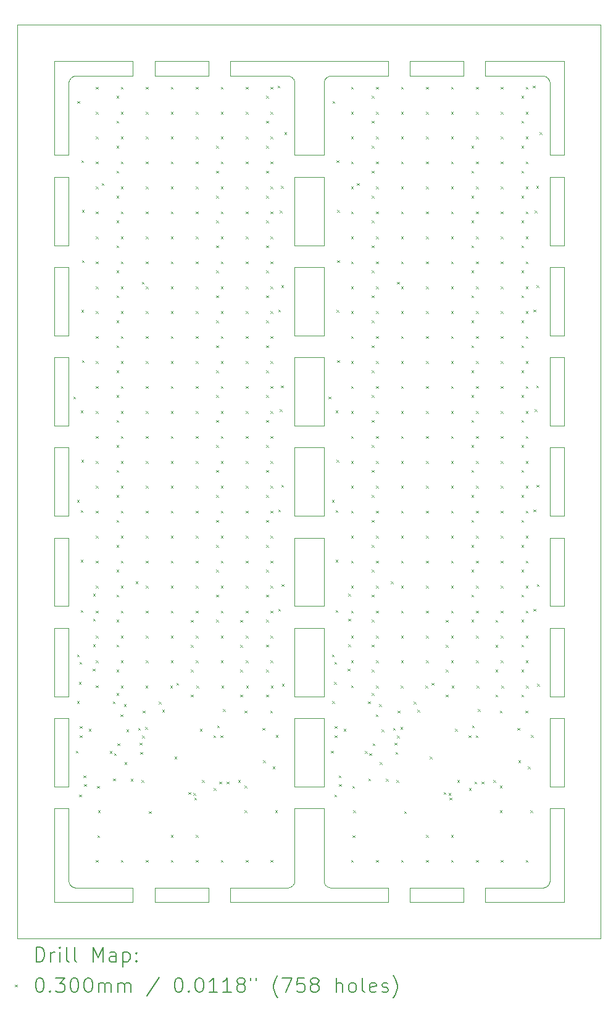
<source format=gbr>
%TF.GenerationSoftware,KiCad,Pcbnew,8.0.1*%
%TF.CreationDate,2024-03-31T21:58:17-04:00*%
%TF.ProjectId,RGB-Panel,5247422d-5061-46e6-956c-2e6b69636164,V3.0*%
%TF.SameCoordinates,Original*%
%TF.FileFunction,Drillmap*%
%TF.FilePolarity,Positive*%
%FSLAX45Y45*%
G04 Gerber Fmt 4.5, Leading zero omitted, Abs format (unit mm)*
G04 Created by KiCad (PCBNEW 8.0.1) date 2024-03-31 21:58:17*
%MOMM*%
%LPD*%
G01*
G04 APERTURE LIST*
%ADD10C,0.100000*%
%ADD11C,0.200000*%
G04 APERTURE END LIST*
D10*
X7251470Y-2712565D02*
X7247104Y-2715135D01*
X10717924Y-13797127D02*
X10720922Y-13801210D01*
X13765137Y-2724125D02*
X13761210Y-2720923D01*
X7000000Y-5325555D02*
X7200000Y-5325555D01*
X13740674Y-13831354D02*
X13745399Y-13829100D01*
X10300000Y-9976666D02*
X10300000Y-9038889D01*
X13750000Y-13826602D02*
X13754464Y-13823866D01*
X7000000Y-2500000D02*
X8083333Y-2500000D01*
X13800000Y-8738889D02*
X13799999Y-7801111D01*
X7200128Y-13745064D02*
X7200513Y-13750116D01*
X7000000Y-12752222D02*
X7200000Y-12752222D01*
X9416667Y-2700000D02*
X9416667Y-2500000D01*
X10296593Y-13765882D02*
X10297815Y-13760791D01*
X7200000Y-3787778D02*
X7000000Y-3787778D01*
X10299863Y-13745233D02*
X10300000Y-13740000D01*
X10220130Y-2702047D02*
X10215143Y-2701153D01*
X10300000Y-12452222D02*
X10300000Y-11514444D01*
X13766913Y-13814314D02*
X13770711Y-13810710D01*
X10794936Y-2700128D02*
X10789884Y-2700513D01*
X10215143Y-2701153D02*
X10210117Y-2700513D01*
X10225066Y-2703193D02*
X10220130Y-2702047D01*
X14000000Y-3787778D02*
X13799999Y-3787778D01*
X13798846Y-2784857D02*
X13797952Y-2779870D01*
X14000000Y-12752222D02*
X14000000Y-14039999D01*
X10289101Y-13785399D02*
X10291355Y-13780673D01*
X10779871Y-2702047D02*
X10774935Y-2703192D01*
X12916667Y-13839999D02*
X13700000Y-13839999D01*
X10299871Y-2794935D02*
X10299486Y-2789883D01*
X13795413Y-2770064D02*
X13793774Y-2765270D01*
X8383333Y-2700000D02*
X8383333Y-2500000D01*
X10261211Y-2720923D02*
X10257127Y-2717924D01*
X7289884Y-13839486D02*
X7294936Y-13839871D01*
X7200000Y-6563333D02*
X7200000Y-7501111D01*
X10784858Y-13838846D02*
X10789884Y-13839486D01*
X10295106Y-13770901D02*
X10296593Y-13765882D01*
X10500100Y-12452222D02*
X10499900Y-12452222D01*
X13798769Y-13755643D02*
X13799452Y-13750453D01*
X9116667Y-2700000D02*
X8383333Y-2700000D01*
X7000000Y-11514444D02*
X7200000Y-11514444D01*
X10287434Y-2751470D02*
X10284864Y-2747104D01*
X10774935Y-2703192D02*
X10770064Y-2704586D01*
X10299452Y-13750453D02*
X10299863Y-13745233D01*
X13725066Y-2703193D02*
X13720130Y-2702047D01*
X10499900Y-12752222D02*
X10500100Y-12752222D01*
X7000000Y-9976666D02*
X7000000Y-9038889D01*
X7000000Y-12452222D02*
X7000000Y-11514444D01*
X10299999Y-2800000D02*
X10299871Y-2794935D01*
X7215135Y-13792896D02*
X7217924Y-13797127D01*
X10774935Y-13836807D02*
X10779871Y-13837953D01*
X7000000Y-6563333D02*
X7200000Y-6563333D01*
X7251470Y-13827434D02*
X7255961Y-13829780D01*
X13799871Y-2794935D02*
X13799486Y-2789883D01*
X10700001Y-3787778D02*
X10500100Y-3787778D01*
X13799999Y-6563333D02*
X14000000Y-6563333D01*
X10706225Y-13774730D02*
X10708104Y-13779435D01*
X10712566Y-2751470D02*
X10710220Y-2755960D01*
X10284864Y-2747104D02*
X10282076Y-2742874D01*
X7200513Y-13750116D02*
X7201153Y-13755142D01*
X14000000Y-7501111D02*
X13799999Y-7501111D01*
X10300000Y-7501111D02*
X10299999Y-6563333D01*
X7255961Y-13829780D02*
X7260565Y-13831895D01*
X13799863Y-13745233D02*
X13800000Y-13740000D01*
X10779871Y-13837953D02*
X10784858Y-13838846D01*
X7234863Y-2724124D02*
X7231104Y-2727520D01*
X10727521Y-2731103D02*
X10724125Y-2734862D01*
X13786603Y-13790000D02*
X13789101Y-13785399D01*
X14000000Y-8738889D02*
X13800000Y-8738889D01*
X10229937Y-2704586D02*
X10225066Y-2703193D01*
X10500100Y-5325555D02*
X10700000Y-5325555D01*
X10499900Y-11214444D02*
X10300000Y-11214444D01*
X7238789Y-13819077D02*
X7242873Y-13822076D01*
X10700000Y-11514444D02*
X10700000Y-12452222D01*
X7203192Y-13765065D02*
X7204586Y-13769936D01*
X11883333Y-14039999D02*
X11883333Y-13839999D01*
X7000000Y-7501111D02*
X7000000Y-6563333D01*
X7260565Y-2708104D02*
X7255961Y-2710219D01*
X10700000Y-5025555D02*
X10500100Y-5025555D01*
X10700000Y-7801111D02*
X10700000Y-8738889D01*
X10717924Y-2742873D02*
X10715136Y-2747103D01*
X10293775Y-2765270D02*
X10291895Y-2760565D01*
X10300000Y-13740000D02*
X10300000Y-12752222D01*
X13761210Y-2720923D02*
X13757127Y-2717924D01*
X13796593Y-13765882D02*
X13797815Y-13760791D01*
X10700001Y-2800000D02*
X10700001Y-3787778D01*
X6500000Y-14539999D02*
X14500000Y-14539999D01*
X10300000Y-7801111D02*
X10499900Y-7801111D01*
X7217924Y-13797127D02*
X7220922Y-13801210D01*
X7200000Y-11214444D02*
X7000000Y-11214444D01*
X7000000Y-11214444D02*
X7000000Y-10276666D01*
X14000000Y-9038889D02*
X14000000Y-9976666D01*
X10747104Y-2715135D02*
X10742874Y-2717923D01*
X10800001Y-2700000D02*
X10794936Y-2700128D01*
X10760565Y-13831895D02*
X10765270Y-13833775D01*
X10708105Y-2760564D02*
X10706225Y-2765269D01*
X10205065Y-2700128D02*
X10200001Y-2700000D01*
X13729937Y-2704586D02*
X13725066Y-2703193D01*
X10700000Y-4087778D02*
X10700000Y-5025555D01*
X13705065Y-2700128D02*
X13700001Y-2700000D01*
X13795106Y-13770901D02*
X13796593Y-13765882D01*
X10298846Y-2784857D02*
X10297952Y-2779870D01*
X13787434Y-2751470D02*
X13784864Y-2747104D01*
X7200000Y-7501111D02*
X7000000Y-7501111D01*
X12616667Y-13839999D02*
X12616667Y-14039999D01*
X7200000Y-11514444D02*
X7200000Y-12452222D01*
X7227521Y-2731103D02*
X7224125Y-2734862D01*
X10299999Y-5325555D02*
X10499900Y-5325555D01*
X7000000Y-7801111D02*
X7200000Y-7801111D01*
X10700000Y-12752222D02*
X10700000Y-13740000D01*
X13799999Y-5025555D02*
X13799999Y-4087778D01*
X14000000Y-11214444D02*
X13800000Y-11214444D01*
X7200000Y-12452222D02*
X7000000Y-12452222D01*
X10283867Y-13794463D02*
X10286603Y-13790000D01*
X7200129Y-2794935D02*
X7200001Y-2800000D01*
X7224125Y-2734862D02*
X7220923Y-2738789D01*
X13744039Y-2710220D02*
X13739436Y-2708105D01*
X10258779Y-13820901D02*
X10262932Y-13817714D01*
X9416667Y-2500000D02*
X11583333Y-2500000D01*
X10789884Y-2700513D02*
X10784858Y-2701153D01*
X10500100Y-11214444D02*
X10499900Y-11214444D01*
X10724125Y-2734862D02*
X10720923Y-2738789D01*
X10500100Y-9976666D02*
X10499900Y-9976666D01*
X7279871Y-13837953D02*
X7284858Y-13838846D01*
X10205234Y-13839862D02*
X10210453Y-13839452D01*
X14000000Y-11514444D02*
X14000000Y-12452222D01*
X10499900Y-7501111D02*
X10300000Y-7501111D01*
X12916667Y-2700000D02*
X12916667Y-2500000D01*
X10747104Y-13824864D02*
X10751470Y-13827434D01*
X10300000Y-11214444D02*
X10300000Y-10276666D01*
X7000000Y-6263333D02*
X7000000Y-5325555D01*
X7000000Y-4087778D02*
X7200000Y-4087778D01*
X10300000Y-10276666D02*
X10499900Y-10276666D01*
X7212565Y-13788530D02*
X7215135Y-13792896D01*
X10299999Y-5025555D02*
X10299999Y-4087778D01*
X13775875Y-2734863D02*
X13772479Y-2731104D01*
X11583333Y-2500000D02*
X11583333Y-2700000D01*
X10500100Y-9038889D02*
X10700000Y-9038889D01*
X7200000Y-7801111D02*
X7200000Y-8738889D01*
X7242873Y-13822076D02*
X7247104Y-13824864D01*
X7289884Y-2700513D02*
X7284858Y-2701153D01*
X13768896Y-2727521D02*
X13765137Y-2724125D01*
X7231103Y-13812479D02*
X7234863Y-13815876D01*
X10499900Y-10276666D02*
X10500100Y-10276666D01*
X10299999Y-6263333D02*
X10299999Y-5325555D01*
X13779077Y-2738790D02*
X13775875Y-2734863D01*
X13800000Y-9038889D02*
X14000000Y-9038889D01*
X13799486Y-2789883D02*
X13798846Y-2784857D01*
X10731104Y-2727520D02*
X10727521Y-2731103D01*
X13770711Y-13810710D02*
X13774315Y-13806912D01*
X13754464Y-13823866D02*
X13758779Y-13820901D01*
X13715644Y-13838768D02*
X13720791Y-13837814D01*
X10700000Y-9976666D02*
X10500100Y-9976666D01*
X13730902Y-13835105D02*
X13735837Y-13833357D01*
X14000000Y-5325555D02*
X14000000Y-6263333D01*
X10230902Y-13835105D02*
X10235837Y-13833357D01*
X13715143Y-2701153D02*
X13710117Y-2700513D01*
X10239436Y-2708105D02*
X10234731Y-2706225D01*
X13799999Y-7801111D02*
X14000000Y-7801111D01*
X7208105Y-2760564D02*
X7206225Y-2765269D01*
X7247104Y-13824864D02*
X7251470Y-13827434D01*
X13772479Y-2731104D02*
X13768896Y-2727521D01*
X11583333Y-13839999D02*
X11583333Y-14039999D01*
X10298769Y-13755643D02*
X10299452Y-13750453D01*
X7200000Y-9038889D02*
X7200000Y-9976666D01*
X10500100Y-6263333D02*
X10499900Y-6263333D01*
X13700000Y-13839999D02*
X13705234Y-13839862D01*
X10296807Y-2774935D02*
X10295413Y-2770064D01*
X14000000Y-2500000D02*
X14000000Y-3787778D01*
X10210453Y-13839452D02*
X10215644Y-13838768D01*
X13752896Y-2715136D02*
X13748530Y-2712566D01*
X7224124Y-13805137D02*
X7227521Y-13808896D01*
X7217924Y-2742873D02*
X7215136Y-2747103D01*
X14000000Y-9976666D02*
X13800000Y-9976666D01*
X10724124Y-13805137D02*
X10727521Y-13808896D01*
X7206224Y-13774730D02*
X7208104Y-13779435D01*
X13791355Y-13780673D02*
X13793358Y-13775836D01*
X6500000Y-2000000D02*
X6500000Y-14539999D01*
X9116667Y-2500000D02*
X9116667Y-2700000D01*
X10295413Y-2770064D02*
X10293775Y-2765270D01*
X13784864Y-2747104D02*
X13782076Y-2742874D01*
X10712565Y-13788530D02*
X10715135Y-13792896D01*
X7231104Y-2727520D02*
X7227521Y-2731103D01*
X10274315Y-13806912D02*
X10277715Y-13802931D01*
X7202047Y-2779870D02*
X7201154Y-2784857D01*
X10499900Y-6263333D02*
X10299999Y-6263333D01*
X10500100Y-7501111D02*
X10499900Y-7501111D01*
X14000000Y-10276666D02*
X14000000Y-11214444D01*
X7270064Y-13835414D02*
X7274935Y-13836807D01*
X10765270Y-2706225D02*
X10760565Y-2708104D01*
X10500100Y-11514444D02*
X10700000Y-11514444D01*
X11883333Y-2500000D02*
X12616667Y-2500000D01*
X10765270Y-13833775D02*
X10770064Y-13835414D01*
X10499900Y-12452222D02*
X10300000Y-12452222D01*
X7255961Y-2710219D02*
X7251470Y-2712565D01*
X7274935Y-13836807D02*
X7279871Y-13837953D01*
X13791895Y-2760565D02*
X13789780Y-2755961D01*
X9116667Y-14039999D02*
X8383333Y-14039999D01*
X10704587Y-2770063D02*
X10703193Y-2774935D01*
X10700000Y-9038889D02*
X10700000Y-9976666D01*
X13777715Y-13802931D02*
X13780902Y-13798778D01*
X8383333Y-13839999D02*
X9116667Y-13839999D01*
X14000000Y-12452222D02*
X13800000Y-12452222D01*
X7208104Y-13779435D02*
X7210219Y-13784039D01*
X13796807Y-2774935D02*
X13795413Y-2770064D01*
X8083333Y-13839999D02*
X8083333Y-14039999D01*
X10500100Y-7801111D02*
X10700000Y-7801111D01*
X10270711Y-13810710D02*
X10274315Y-13806912D01*
X13793774Y-2765270D02*
X13791895Y-2760565D01*
X10700000Y-7501111D02*
X10500100Y-7501111D01*
X7000000Y-14039999D02*
X7000000Y-12752222D01*
X10700000Y-6263333D02*
X10500100Y-6263333D01*
X10701154Y-2784857D02*
X10700514Y-2789883D01*
X13782076Y-2742874D02*
X13779077Y-2738790D01*
X13799999Y-4087778D02*
X14000000Y-4087778D01*
X10499900Y-8738889D02*
X10300000Y-8738889D01*
X14000000Y-6563333D02*
X14000000Y-7501111D01*
X7210219Y-13784039D02*
X7212565Y-13788530D01*
X7200000Y-10276666D02*
X7200000Y-11214444D01*
X7270064Y-2704586D02*
X7265270Y-2706225D01*
X10210117Y-2700513D02*
X10205065Y-2700128D01*
X13758779Y-13820901D02*
X13762932Y-13817714D01*
X14000000Y-5025555D02*
X13799999Y-5025555D01*
X13710453Y-13839452D02*
X13715644Y-13838768D01*
X10499900Y-5025555D02*
X10299999Y-5025555D01*
X10240674Y-13831354D02*
X10245399Y-13829100D01*
X10215644Y-13838768D02*
X10220791Y-13837814D01*
X7200000Y-4087778D02*
X7200000Y-5025555D01*
X7000000Y-5025555D02*
X7000000Y-4087778D01*
X7260565Y-13831895D02*
X7265270Y-13833775D01*
X13725882Y-13836592D02*
X13730902Y-13835105D01*
X10500100Y-10276666D02*
X10700000Y-10276666D01*
X10235837Y-13833357D02*
X10240674Y-13831354D01*
X10291355Y-13780673D02*
X10293358Y-13775836D01*
X13800000Y-9976666D02*
X13800000Y-9038889D01*
X14500000Y-2000000D02*
X6500000Y-2000000D01*
X7227521Y-13808896D02*
X7231103Y-13812479D01*
X10794936Y-13839871D02*
X10800001Y-13839999D01*
X10703193Y-2774935D02*
X10702048Y-2779870D01*
X7274935Y-2703192D02*
X7270064Y-2704586D01*
X13799999Y-3787778D02*
X13799999Y-2800000D01*
X10700000Y-10276666D02*
X10700000Y-11214444D01*
X7294936Y-2700128D02*
X7289884Y-2700513D01*
X10710220Y-2755960D02*
X10708105Y-2760564D01*
X14000000Y-14039999D02*
X12916667Y-14039999D01*
X11883333Y-2700000D02*
X11883333Y-2500000D01*
X13705234Y-13839862D02*
X13710453Y-13839452D01*
X10286603Y-13790000D02*
X10289101Y-13785399D01*
X13799999Y-6263333D02*
X13799999Y-5325555D01*
X7210220Y-2755960D02*
X7208105Y-2760564D01*
X13745399Y-13829100D02*
X13750000Y-13826602D01*
X13735837Y-13833357D02*
X13740674Y-13831354D01*
X11583333Y-14039999D02*
X9416667Y-14039999D01*
X7300000Y-2700000D02*
X7294936Y-2700128D01*
X10250000Y-13826602D02*
X10254464Y-13823866D01*
X12916667Y-2500000D02*
X14000000Y-2500000D01*
X10268897Y-2727521D02*
X10265137Y-2724125D01*
X10720923Y-2738789D02*
X10717924Y-2742873D01*
X7000000Y-3787778D02*
X7000000Y-2500000D01*
X8383333Y-14039999D02*
X8383333Y-13839999D01*
X7200514Y-2789883D02*
X7200129Y-2794935D01*
X13800000Y-10276666D02*
X14000000Y-10276666D01*
X7212566Y-2751470D02*
X7210220Y-2755960D01*
X10700129Y-2794935D02*
X10700001Y-2800000D01*
X10499900Y-11514444D02*
X10500100Y-11514444D01*
X9416667Y-13839999D02*
X10200000Y-13839999D01*
X10700128Y-13745064D02*
X10700513Y-13750116D01*
X7279871Y-2702047D02*
X7274935Y-2703192D01*
X10784858Y-2701153D02*
X10779871Y-2702047D01*
X7201153Y-13755142D02*
X7202047Y-13760129D01*
X7215136Y-2747103D02*
X7212566Y-2751470D01*
X7204586Y-13769936D02*
X7206224Y-13774730D01*
X10266913Y-13814314D02*
X10270711Y-13810710D01*
X10499900Y-6563333D02*
X10500100Y-6563333D01*
X10200000Y-13839999D02*
X10205234Y-13839862D01*
X10499900Y-7801111D02*
X10500100Y-7801111D01*
X11583333Y-2700000D02*
X10800001Y-2700000D01*
X14500000Y-14539999D02*
X14500000Y-2000000D01*
X14000000Y-6263333D02*
X13799999Y-6263333D01*
X13800000Y-12752222D02*
X14000000Y-12752222D01*
X13797815Y-13760791D02*
X13798769Y-13755643D01*
X10704586Y-13769936D02*
X10706225Y-13774730D01*
X10499900Y-3787778D02*
X10299999Y-3787778D01*
X10720922Y-13801210D02*
X10724124Y-13805137D01*
X8083333Y-14039999D02*
X7000000Y-14039999D01*
X10751470Y-2712565D02*
X10747104Y-2715135D01*
X13793358Y-13775836D02*
X13795106Y-13770901D01*
X13800000Y-13740000D02*
X13800000Y-12752222D01*
X10300000Y-12752222D02*
X10499900Y-12752222D01*
X10738790Y-2720922D02*
X10734863Y-2724124D01*
X10700000Y-8738889D02*
X10500100Y-8738889D01*
X10700000Y-11214444D02*
X10500100Y-11214444D01*
X13774315Y-13806912D02*
X13777715Y-13802931D01*
X13789101Y-13785399D02*
X13791355Y-13780673D01*
X10700000Y-12452222D02*
X10500100Y-12452222D01*
X14000000Y-4087778D02*
X14000000Y-5025555D01*
X10272479Y-2731104D02*
X10268897Y-2727521D01*
X10700513Y-13750116D02*
X10701153Y-13755142D01*
X7200000Y-9976666D02*
X7000000Y-9976666D01*
X10710219Y-13784039D02*
X10712565Y-13788530D01*
X13800000Y-11214444D02*
X13800000Y-10276666D01*
X10220791Y-13837814D02*
X10225882Y-13836592D01*
X7265270Y-13833775D02*
X7270064Y-13835414D01*
X10499900Y-9038889D02*
X10500100Y-9038889D01*
X7242874Y-2717923D02*
X7238790Y-2720922D01*
X7284858Y-13838846D02*
X7289884Y-13839486D01*
X7284858Y-2701153D02*
X7279871Y-2702047D01*
X10299486Y-2789883D02*
X10298846Y-2784857D01*
X10225882Y-13836592D02*
X10230902Y-13835105D01*
X10789884Y-13839486D02*
X10794936Y-13839871D01*
X7200001Y-2800000D02*
X7200000Y-3787778D01*
X8383333Y-2500000D02*
X9116667Y-2500000D01*
X7200000Y-5325555D02*
X7200000Y-6263333D01*
X10248530Y-2712566D02*
X10244040Y-2710220D01*
X10800001Y-13839999D02*
X11583333Y-13839999D01*
X7200000Y-5025555D02*
X7000000Y-5025555D01*
X10297952Y-2779870D02*
X10296807Y-2774935D01*
X13800000Y-12452222D02*
X13800000Y-11514444D01*
X7234863Y-13815876D02*
X7238789Y-13819077D01*
X10299999Y-3787778D02*
X10299999Y-2800000D01*
X10279077Y-2738790D02*
X10275876Y-2734863D01*
X10500100Y-12752222D02*
X10700000Y-12752222D01*
X10262932Y-13817714D02*
X10266913Y-13814314D01*
X7206225Y-2765269D02*
X7204586Y-2770063D01*
X8083333Y-2500000D02*
X8083333Y-2700000D01*
X10257127Y-2717924D02*
X10252896Y-2715136D01*
X10280902Y-13798778D02*
X10283867Y-13794463D01*
X10500100Y-6563333D02*
X10700000Y-6563333D01*
X7200000Y-13740000D02*
X7200128Y-13745064D01*
X7200000Y-8738889D02*
X7000000Y-8738889D01*
X10755961Y-13829780D02*
X10760565Y-13831895D01*
X7200000Y-12752222D02*
X7200000Y-13740000D01*
X10234731Y-2706225D02*
X10229937Y-2704586D01*
X10500100Y-4087778D02*
X10700000Y-4087778D01*
X10770064Y-2704586D02*
X10765270Y-2706225D01*
X13720130Y-2702047D02*
X13715143Y-2701153D01*
X10760565Y-2708104D02*
X10755961Y-2710219D01*
X7203193Y-2774935D02*
X7202047Y-2779870D01*
X10300000Y-9038889D02*
X10499900Y-9038889D01*
X13780902Y-13798778D02*
X13783867Y-13794463D01*
X13799999Y-7501111D02*
X13799999Y-6563333D01*
X12616667Y-2700000D02*
X11883333Y-2700000D01*
X10700000Y-5325555D02*
X10700000Y-6263333D01*
X10701153Y-13755142D02*
X10702047Y-13760129D01*
X13789780Y-2755961D02*
X13787434Y-2751470D01*
X10254464Y-13823866D02*
X10258779Y-13820901D01*
X10703192Y-13765065D02*
X10704586Y-13769936D01*
X10277715Y-13802931D02*
X10280902Y-13798778D01*
X10702048Y-2779870D02*
X10701154Y-2784857D01*
X10200001Y-2700000D02*
X9416667Y-2700000D01*
X13739436Y-2708105D02*
X13734731Y-2706225D01*
X13799999Y-5325555D02*
X14000000Y-5325555D01*
X13757127Y-2717924D02*
X13752896Y-2715136D01*
X7204586Y-2770063D02*
X7203193Y-2774935D01*
X10770064Y-13835414D02*
X10774935Y-13836807D01*
X10275876Y-2734863D02*
X10272479Y-2731104D01*
X10715136Y-2747103D02*
X10712566Y-2751470D01*
X10738790Y-13819077D02*
X10742873Y-13822076D01*
X7247104Y-2715135D02*
X7242874Y-2717923D01*
X10282076Y-2742874D02*
X10279077Y-2738790D01*
X10700000Y-6563333D02*
X10700000Y-7501111D01*
X9416667Y-14039999D02*
X9416667Y-13839999D01*
X7220923Y-2738789D02*
X7217924Y-2742873D01*
X13799999Y-2800000D02*
X13799871Y-2794935D01*
X10245399Y-13829100D02*
X10250000Y-13826602D01*
X11883333Y-13839999D02*
X12616667Y-13839999D01*
X7000000Y-8738889D02*
X7000000Y-7801111D01*
X13783867Y-13794463D02*
X13786603Y-13790000D01*
X10289780Y-2755961D02*
X10287434Y-2751470D01*
X7294936Y-13839871D02*
X7300001Y-13839999D01*
X7220922Y-13801210D02*
X7224124Y-13805137D01*
X10499900Y-5325555D02*
X10500100Y-5325555D01*
X13700001Y-2700000D02*
X12916667Y-2700000D01*
X13762932Y-13817714D02*
X13766913Y-13814314D01*
X7238790Y-2720922D02*
X7234863Y-2724124D01*
X10291895Y-2760565D02*
X10289780Y-2755961D01*
X10299999Y-6563333D02*
X10499900Y-6563333D01*
X12616667Y-2500000D02*
X12616667Y-2700000D01*
X10731103Y-13812479D02*
X10734863Y-13815876D01*
X7300001Y-13839999D02*
X8083333Y-13839999D01*
X10742874Y-2717923D02*
X10738790Y-2720922D01*
X7265270Y-2706225D02*
X7260565Y-2708104D01*
X7000000Y-10276666D02*
X7200000Y-10276666D01*
X10734863Y-2724124D02*
X10731104Y-2727520D01*
X12916667Y-14039999D02*
X12916667Y-13839999D01*
X10297815Y-13760791D02*
X10298769Y-13755643D01*
X14000000Y-7801111D02*
X14000000Y-8738889D01*
X10499900Y-9976666D02*
X10300000Y-9976666D01*
X10252896Y-2715136D02*
X10248530Y-2712566D01*
X13734731Y-2706225D02*
X13729937Y-2704586D01*
X13799452Y-13750453D02*
X13799863Y-13745233D01*
X10500100Y-3787778D02*
X10499900Y-3787778D01*
X13710117Y-2700513D02*
X13705065Y-2700128D01*
X10715135Y-13792896D02*
X10717924Y-13797127D01*
X10500100Y-8738889D02*
X10499900Y-8738889D01*
X13720791Y-13837814D02*
X13725882Y-13836592D01*
X10265137Y-2724125D02*
X10261211Y-2720923D01*
X7000000Y-9038889D02*
X7200000Y-9038889D01*
X10751470Y-13827434D02*
X10755961Y-13829780D01*
X10300000Y-8738889D02*
X10300000Y-7801111D01*
X8083333Y-2700000D02*
X7300000Y-2700000D01*
X7200000Y-6263333D02*
X7000000Y-6263333D01*
X10293358Y-13775836D02*
X10295106Y-13770901D01*
X10734863Y-13815876D02*
X10738790Y-13819077D01*
X12616667Y-14039999D02*
X11883333Y-14039999D01*
X10702047Y-13760129D02*
X10703192Y-13765065D01*
X13748530Y-2712566D02*
X13744039Y-2710220D01*
X10500100Y-5025555D02*
X10499900Y-5025555D01*
X10244040Y-2710220D02*
X10239436Y-2708105D01*
X10755961Y-2710219D02*
X10751470Y-2712565D01*
X7201154Y-2784857D02*
X7200514Y-2789883D01*
X10708104Y-13779435D02*
X10710219Y-13784039D01*
X10706225Y-2765269D02*
X10704587Y-2770063D01*
X10499900Y-4087778D02*
X10500100Y-4087778D01*
X10727521Y-13808896D02*
X10731103Y-13812479D01*
X10300000Y-11514444D02*
X10499900Y-11514444D01*
X10700514Y-2789883D02*
X10700129Y-2794935D01*
X10742873Y-13822076D02*
X10747104Y-13824864D01*
X7202047Y-13760129D02*
X7203192Y-13765065D01*
X13797952Y-2779870D02*
X13796807Y-2774935D01*
X10299999Y-4087778D02*
X10499900Y-4087778D01*
X13800000Y-11514444D02*
X14000000Y-11514444D01*
X10700000Y-13740000D02*
X10700128Y-13745064D01*
X9116667Y-13839999D02*
X9116667Y-14039999D01*
D11*
D10*
X7265001Y-7099300D02*
X7295001Y-7129300D01*
X7295001Y-7099300D02*
X7265001Y-7129300D01*
X7299450Y-11959290D02*
X7329450Y-11989290D01*
X7329450Y-11959290D02*
X7299450Y-11989290D01*
X7313211Y-8519989D02*
X7343211Y-8549989D01*
X7343211Y-8519989D02*
X7313211Y-8549989D01*
X7313211Y-10641371D02*
X7343211Y-10671371D01*
X7343211Y-10641371D02*
X7313211Y-10671371D01*
X7315290Y-11276989D02*
X7345290Y-11306989D01*
X7345290Y-11276989D02*
X7315290Y-11306989D01*
X7319392Y-3044887D02*
X7349392Y-3074887D01*
X7349392Y-3044887D02*
X7319392Y-3074887D01*
X7340360Y-11018375D02*
X7370360Y-11048375D01*
X7370360Y-11018375D02*
X7340360Y-11048375D01*
X7345611Y-12562179D02*
X7375611Y-12592179D01*
X7375611Y-12562179D02*
X7345611Y-12592179D01*
X7347019Y-10741652D02*
X7377019Y-10771652D01*
X7377019Y-10741652D02*
X7347019Y-10771652D01*
X7350984Y-11622300D02*
X7380984Y-11652300D01*
X7380984Y-11622300D02*
X7350984Y-11652300D01*
X7351281Y-11749250D02*
X7381281Y-11779250D01*
X7381281Y-11749250D02*
X7351281Y-11779250D01*
X7364290Y-7289989D02*
X7394290Y-7319989D01*
X7394290Y-7289989D02*
X7364290Y-7319989D01*
X7364290Y-8659989D02*
X7394290Y-8689989D01*
X7394290Y-8659989D02*
X7364290Y-8689989D01*
X7364290Y-9339989D02*
X7394290Y-9369989D01*
X7394290Y-9339989D02*
X7364290Y-9369989D01*
X7364290Y-10029989D02*
X7394290Y-10059989D01*
X7394290Y-10029989D02*
X7364290Y-10059989D01*
X7374290Y-3859989D02*
X7404290Y-3889989D01*
X7404290Y-3859989D02*
X7374290Y-3889989D01*
X7374290Y-5909989D02*
X7404290Y-5939989D01*
X7404290Y-5909989D02*
X7374290Y-5939989D01*
X7374290Y-7969989D02*
X7404290Y-7999989D01*
X7404290Y-7969989D02*
X7374290Y-7999989D01*
X7384290Y-4539989D02*
X7414290Y-4569989D01*
X7414290Y-4539989D02*
X7384290Y-4569989D01*
X7384290Y-5229989D02*
X7414290Y-5259989D01*
X7414290Y-5229989D02*
X7384290Y-5259989D01*
X7384290Y-6599989D02*
X7414290Y-6629989D01*
X7414290Y-6599989D02*
X7384290Y-6629989D01*
X7406001Y-12301000D02*
X7436001Y-12331000D01*
X7436001Y-12301000D02*
X7406001Y-12331000D01*
X7410290Y-12419500D02*
X7440290Y-12449500D01*
X7440290Y-12419500D02*
X7410290Y-12449500D01*
X7473851Y-11659989D02*
X7503851Y-11689989D01*
X7503851Y-11659989D02*
X7473851Y-11689989D01*
X7529290Y-10834989D02*
X7559290Y-10864989D01*
X7559290Y-10834989D02*
X7529290Y-10864989D01*
X7534290Y-9804989D02*
X7564290Y-9834989D01*
X7564290Y-9804989D02*
X7534290Y-9834989D01*
X7534290Y-10149989D02*
X7564290Y-10179989D01*
X7564290Y-10149989D02*
X7534290Y-10179989D01*
X7534290Y-10499989D02*
X7564290Y-10529989D01*
X7564290Y-10499989D02*
X7534290Y-10529989D01*
X7575001Y-2849300D02*
X7605001Y-2879300D01*
X7605001Y-2849300D02*
X7575001Y-2879300D01*
X7575001Y-3191600D02*
X7605001Y-3221600D01*
X7605001Y-3191600D02*
X7575001Y-3221600D01*
X7575001Y-3533900D02*
X7605001Y-3563900D01*
X7605001Y-3533900D02*
X7575001Y-3563900D01*
X7575001Y-3876200D02*
X7605001Y-3906200D01*
X7605001Y-3876200D02*
X7575001Y-3906200D01*
X7575001Y-4218500D02*
X7605001Y-4248500D01*
X7605001Y-4218500D02*
X7575001Y-4248500D01*
X7575001Y-4560800D02*
X7605001Y-4590800D01*
X7605001Y-4560800D02*
X7575001Y-4590800D01*
X7575001Y-4903100D02*
X7605001Y-4933100D01*
X7605001Y-4903100D02*
X7575001Y-4933100D01*
X7575001Y-5245400D02*
X7605001Y-5275400D01*
X7605001Y-5245400D02*
X7575001Y-5275400D01*
X7575001Y-5587700D02*
X7605001Y-5617700D01*
X7605001Y-5587700D02*
X7575001Y-5617700D01*
X7575001Y-5930000D02*
X7605001Y-5960000D01*
X7605001Y-5930000D02*
X7575001Y-5960000D01*
X7575001Y-6272300D02*
X7605001Y-6302300D01*
X7605001Y-6272300D02*
X7575001Y-6302300D01*
X7575001Y-6614600D02*
X7605001Y-6644600D01*
X7605001Y-6614600D02*
X7575001Y-6644600D01*
X7575001Y-6956900D02*
X7605001Y-6986900D01*
X7605001Y-6956900D02*
X7575001Y-6986900D01*
X7575001Y-7299200D02*
X7605001Y-7329200D01*
X7605001Y-7299200D02*
X7575001Y-7329200D01*
X7575001Y-7641500D02*
X7605001Y-7671500D01*
X7605001Y-7641500D02*
X7575001Y-7671500D01*
X7575001Y-7983800D02*
X7605001Y-8013800D01*
X7605001Y-7983800D02*
X7575001Y-8013800D01*
X7575001Y-8326100D02*
X7605001Y-8356100D01*
X7605001Y-8326100D02*
X7575001Y-8356100D01*
X7575001Y-8668400D02*
X7605001Y-8698400D01*
X7605001Y-8668400D02*
X7575001Y-8698400D01*
X7575001Y-9010700D02*
X7605001Y-9040700D01*
X7605001Y-9010700D02*
X7575001Y-9040700D01*
X7575001Y-9353000D02*
X7605001Y-9383000D01*
X7605001Y-9353000D02*
X7575001Y-9383000D01*
X7575001Y-9695300D02*
X7605001Y-9725300D01*
X7605001Y-9695300D02*
X7575001Y-9725300D01*
X7575001Y-10037600D02*
X7605001Y-10067600D01*
X7605001Y-10037600D02*
X7575001Y-10067600D01*
X7575001Y-10379900D02*
X7605001Y-10409900D01*
X7605001Y-10379900D02*
X7575001Y-10409900D01*
X7575001Y-10722200D02*
X7605001Y-10752200D01*
X7605001Y-10722200D02*
X7575001Y-10752200D01*
X7575001Y-11064500D02*
X7605001Y-11094500D01*
X7605001Y-11064500D02*
X7575001Y-11094500D01*
X7575001Y-13460600D02*
X7605001Y-13490600D01*
X7605001Y-13460600D02*
X7575001Y-13490600D01*
X7589314Y-12443298D02*
X7619314Y-12473298D01*
X7619314Y-12443298D02*
X7589314Y-12473298D01*
X7594290Y-13119989D02*
X7624290Y-13149989D01*
X7624290Y-13119989D02*
X7594290Y-13149989D01*
X7604290Y-12779989D02*
X7634290Y-12809989D01*
X7634290Y-12779989D02*
X7604290Y-12809989D01*
X7655001Y-4170240D02*
X7685001Y-4200240D01*
X7685001Y-4170240D02*
X7655001Y-4200240D01*
X7763207Y-11965488D02*
X7793207Y-11995488D01*
X7793207Y-11965488D02*
X7763207Y-11995488D01*
X7806290Y-11281989D02*
X7836290Y-11311989D01*
X7836290Y-11281989D02*
X7806290Y-11311989D01*
X7812290Y-12343090D02*
X7842290Y-12373090D01*
X7842290Y-12343090D02*
X7812290Y-12373090D01*
X7822290Y-11994550D02*
X7852290Y-12024550D01*
X7852290Y-11994550D02*
X7822290Y-12024550D01*
X7856201Y-2974300D02*
X7886201Y-3004300D01*
X7886201Y-2974300D02*
X7856201Y-3004300D01*
X7856201Y-3316600D02*
X7886201Y-3346600D01*
X7886201Y-3316600D02*
X7856201Y-3346600D01*
X7856201Y-3658900D02*
X7886201Y-3688900D01*
X7886201Y-3658900D02*
X7856201Y-3688900D01*
X7856201Y-4001200D02*
X7886201Y-4031200D01*
X7886201Y-4001200D02*
X7856201Y-4031200D01*
X7856201Y-4343500D02*
X7886201Y-4373500D01*
X7886201Y-4343500D02*
X7856201Y-4373500D01*
X7856201Y-4685800D02*
X7886201Y-4715800D01*
X7886201Y-4685800D02*
X7856201Y-4715800D01*
X7856201Y-5028100D02*
X7886201Y-5058100D01*
X7886201Y-5028100D02*
X7856201Y-5058100D01*
X7856201Y-5370400D02*
X7886201Y-5400400D01*
X7886201Y-5370400D02*
X7856201Y-5400400D01*
X7856201Y-5712700D02*
X7886201Y-5742700D01*
X7886201Y-5712700D02*
X7856201Y-5742700D01*
X7856201Y-6055000D02*
X7886201Y-6085000D01*
X7886201Y-6055000D02*
X7856201Y-6085000D01*
X7856201Y-6397300D02*
X7886201Y-6427300D01*
X7886201Y-6397300D02*
X7856201Y-6427300D01*
X7856201Y-6739600D02*
X7886201Y-6769600D01*
X7886201Y-6739600D02*
X7856201Y-6769600D01*
X7856201Y-7081900D02*
X7886201Y-7111900D01*
X7886201Y-7081900D02*
X7856201Y-7111900D01*
X7856201Y-7424200D02*
X7886201Y-7454200D01*
X7886201Y-7424200D02*
X7856201Y-7454200D01*
X7856201Y-7766500D02*
X7886201Y-7796500D01*
X7886201Y-7766500D02*
X7856201Y-7796500D01*
X7856201Y-8108800D02*
X7886201Y-8138800D01*
X7886201Y-8108800D02*
X7856201Y-8138800D01*
X7856201Y-8451100D02*
X7886201Y-8481100D01*
X7886201Y-8451100D02*
X7856201Y-8481100D01*
X7856201Y-8793400D02*
X7886201Y-8823400D01*
X7886201Y-8793400D02*
X7856201Y-8823400D01*
X7856201Y-9135700D02*
X7886201Y-9165700D01*
X7886201Y-9135700D02*
X7856201Y-9165700D01*
X7856201Y-9478000D02*
X7886201Y-9508000D01*
X7886201Y-9478000D02*
X7856201Y-9508000D01*
X7856201Y-9820300D02*
X7886201Y-9850300D01*
X7886201Y-9820300D02*
X7856201Y-9850300D01*
X7856201Y-10162600D02*
X7886201Y-10192600D01*
X7886201Y-10162600D02*
X7856201Y-10192600D01*
X7856201Y-10504900D02*
X7886201Y-10534900D01*
X7886201Y-10504900D02*
X7856201Y-10534900D01*
X7856201Y-10847200D02*
X7886201Y-10877200D01*
X7886201Y-10847200D02*
X7856201Y-10877200D01*
X7856201Y-11169989D02*
X7886201Y-11199989D01*
X7886201Y-11169989D02*
X7856201Y-11199989D01*
X7871290Y-11859490D02*
X7901290Y-11889490D01*
X7901290Y-11859490D02*
X7871290Y-11889490D01*
X7912290Y-11461090D02*
X7942290Y-11491090D01*
X7942290Y-11461090D02*
X7912290Y-11491090D01*
X7915001Y-11069300D02*
X7945001Y-11099300D01*
X7945001Y-11069300D02*
X7915001Y-11099300D01*
X7917301Y-2849300D02*
X7947301Y-2879300D01*
X7947301Y-2849300D02*
X7917301Y-2879300D01*
X7917301Y-3191600D02*
X7947301Y-3221600D01*
X7947301Y-3191600D02*
X7917301Y-3221600D01*
X7917301Y-3533900D02*
X7947301Y-3563900D01*
X7947301Y-3533900D02*
X7917301Y-3563900D01*
X7917301Y-3876200D02*
X7947301Y-3906200D01*
X7947301Y-3876200D02*
X7917301Y-3906200D01*
X7917301Y-4218500D02*
X7947301Y-4248500D01*
X7947301Y-4218500D02*
X7917301Y-4248500D01*
X7917301Y-4560800D02*
X7947301Y-4590800D01*
X7947301Y-4560800D02*
X7917301Y-4590800D01*
X7917301Y-4903100D02*
X7947301Y-4933100D01*
X7947301Y-4903100D02*
X7917301Y-4933100D01*
X7917301Y-5245400D02*
X7947301Y-5275400D01*
X7947301Y-5245400D02*
X7917301Y-5275400D01*
X7917301Y-5587700D02*
X7947301Y-5617700D01*
X7947301Y-5587700D02*
X7917301Y-5617700D01*
X7917301Y-5930000D02*
X7947301Y-5960000D01*
X7947301Y-5930000D02*
X7917301Y-5960000D01*
X7917301Y-6272300D02*
X7947301Y-6302300D01*
X7947301Y-6272300D02*
X7917301Y-6302300D01*
X7917301Y-6614600D02*
X7947301Y-6644600D01*
X7947301Y-6614600D02*
X7917301Y-6644600D01*
X7917301Y-6956900D02*
X7947301Y-6986900D01*
X7947301Y-6956900D02*
X7917301Y-6986900D01*
X7917301Y-7299200D02*
X7947301Y-7329200D01*
X7947301Y-7299200D02*
X7917301Y-7329200D01*
X7917301Y-7641500D02*
X7947301Y-7671500D01*
X7947301Y-7641500D02*
X7917301Y-7671500D01*
X7917301Y-7983800D02*
X7947301Y-8013800D01*
X7947301Y-7983800D02*
X7917301Y-8013800D01*
X7917301Y-8326100D02*
X7947301Y-8356100D01*
X7947301Y-8326100D02*
X7917301Y-8356100D01*
X7917301Y-8668400D02*
X7947301Y-8698400D01*
X7947301Y-8668400D02*
X7917301Y-8698400D01*
X7917301Y-9010700D02*
X7947301Y-9040700D01*
X7947301Y-9010700D02*
X7917301Y-9040700D01*
X7917301Y-9353000D02*
X7947301Y-9383000D01*
X7947301Y-9353000D02*
X7917301Y-9383000D01*
X7917301Y-9695300D02*
X7947301Y-9725300D01*
X7947301Y-9695300D02*
X7917301Y-9725300D01*
X7917301Y-10037600D02*
X7947301Y-10067600D01*
X7947301Y-10037600D02*
X7917301Y-10067600D01*
X7917301Y-10379900D02*
X7947301Y-10409900D01*
X7947301Y-10379900D02*
X7917301Y-10409900D01*
X7917301Y-10722200D02*
X7947301Y-10752200D01*
X7947301Y-10722200D02*
X7917301Y-10752200D01*
X7917301Y-13460600D02*
X7947301Y-13490600D01*
X7947301Y-13460600D02*
X7917301Y-13490600D01*
X7959090Y-11320010D02*
X7989090Y-11350010D01*
X7989090Y-11320010D02*
X7959090Y-11350010D01*
X7966469Y-12119138D02*
X7996469Y-12149138D01*
X7996469Y-12119138D02*
X7966469Y-12149138D01*
X7994030Y-11668874D02*
X8024030Y-11698874D01*
X8024030Y-11668874D02*
X7994030Y-11698874D01*
X8050175Y-12346910D02*
X8080175Y-12376910D01*
X8080175Y-12346910D02*
X8050175Y-12376910D01*
X8118531Y-9635170D02*
X8148531Y-9665170D01*
X8148531Y-9635170D02*
X8118531Y-9665170D01*
X8151460Y-11649300D02*
X8181460Y-11679300D01*
X8181460Y-11649300D02*
X8151460Y-11679300D01*
X8172501Y-11852310D02*
X8202501Y-11882310D01*
X8202501Y-11852310D02*
X8172501Y-11882310D01*
X8182290Y-11975989D02*
X8212290Y-12005989D01*
X8212290Y-11975989D02*
X8182290Y-12005989D01*
X8198072Y-12364290D02*
X8228072Y-12394290D01*
X8228072Y-12364290D02*
X8198072Y-12394290D01*
X8205001Y-5527570D02*
X8235001Y-5557570D01*
X8235001Y-5527570D02*
X8205001Y-5557570D01*
X8206001Y-11754300D02*
X8236001Y-11784300D01*
X8236001Y-11754300D02*
X8206001Y-11784300D01*
X8215001Y-11409300D02*
X8245001Y-11439300D01*
X8245001Y-11409300D02*
X8215001Y-11439300D01*
X8250001Y-11636800D02*
X8280001Y-11666800D01*
X8280001Y-11636800D02*
X8250001Y-11666800D01*
X8255001Y-11069300D02*
X8285001Y-11099300D01*
X8285001Y-11069300D02*
X8255001Y-11099300D01*
X8259601Y-2849300D02*
X8289601Y-2879300D01*
X8289601Y-2849300D02*
X8259601Y-2879300D01*
X8259601Y-3191600D02*
X8289601Y-3221600D01*
X8289601Y-3191600D02*
X8259601Y-3221600D01*
X8259601Y-3533900D02*
X8289601Y-3563900D01*
X8289601Y-3533900D02*
X8259601Y-3563900D01*
X8259601Y-3876200D02*
X8289601Y-3906200D01*
X8289601Y-3876200D02*
X8259601Y-3906200D01*
X8259601Y-4218500D02*
X8289601Y-4248500D01*
X8289601Y-4218500D02*
X8259601Y-4248500D01*
X8259601Y-4560800D02*
X8289601Y-4590800D01*
X8289601Y-4560800D02*
X8259601Y-4590800D01*
X8259601Y-4903100D02*
X8289601Y-4933100D01*
X8289601Y-4903100D02*
X8259601Y-4933100D01*
X8259601Y-5245400D02*
X8289601Y-5275400D01*
X8289601Y-5245400D02*
X8259601Y-5275400D01*
X8259601Y-5587700D02*
X8289601Y-5617700D01*
X8289601Y-5587700D02*
X8259601Y-5617700D01*
X8259601Y-5930000D02*
X8289601Y-5960000D01*
X8289601Y-5930000D02*
X8259601Y-5960000D01*
X8259601Y-6272300D02*
X8289601Y-6302300D01*
X8289601Y-6272300D02*
X8259601Y-6302300D01*
X8259601Y-6614600D02*
X8289601Y-6644600D01*
X8289601Y-6614600D02*
X8259601Y-6644600D01*
X8259601Y-6956900D02*
X8289601Y-6986900D01*
X8289601Y-6956900D02*
X8259601Y-6986900D01*
X8259601Y-7299200D02*
X8289601Y-7329200D01*
X8289601Y-7299200D02*
X8259601Y-7329200D01*
X8259601Y-7641500D02*
X8289601Y-7671500D01*
X8289601Y-7641500D02*
X8259601Y-7671500D01*
X8259601Y-7983800D02*
X8289601Y-8013800D01*
X8289601Y-7983800D02*
X8259601Y-8013800D01*
X8259601Y-8326100D02*
X8289601Y-8356100D01*
X8289601Y-8326100D02*
X8259601Y-8356100D01*
X8259601Y-8668400D02*
X8289601Y-8698400D01*
X8289601Y-8668400D02*
X8259601Y-8698400D01*
X8259601Y-9010700D02*
X8289601Y-9040700D01*
X8289601Y-9010700D02*
X8259601Y-9040700D01*
X8259601Y-9353000D02*
X8289601Y-9383000D01*
X8289601Y-9353000D02*
X8259601Y-9383000D01*
X8259601Y-9695300D02*
X8289601Y-9725300D01*
X8289601Y-9695300D02*
X8259601Y-9725300D01*
X8259601Y-10037600D02*
X8289601Y-10067600D01*
X8289601Y-10037600D02*
X8259601Y-10067600D01*
X8259601Y-10379900D02*
X8289601Y-10409900D01*
X8289601Y-10379900D02*
X8259601Y-10409900D01*
X8259601Y-10722200D02*
X8289601Y-10752200D01*
X8289601Y-10722200D02*
X8259601Y-10752200D01*
X8259601Y-13460600D02*
X8289601Y-13490600D01*
X8289601Y-13460600D02*
X8259601Y-13490600D01*
X8303001Y-12789000D02*
X8333001Y-12819000D01*
X8333001Y-12789000D02*
X8303001Y-12819000D01*
X8435001Y-11289300D02*
X8465001Y-11319300D01*
X8465001Y-11289300D02*
X8435001Y-11319300D01*
X8485001Y-11399300D02*
X8515001Y-11429300D01*
X8515001Y-11399300D02*
X8485001Y-11429300D01*
X8595001Y-11069300D02*
X8625001Y-11099300D01*
X8625001Y-11069300D02*
X8595001Y-11099300D01*
X8601901Y-2849300D02*
X8631901Y-2879300D01*
X8631901Y-2849300D02*
X8601901Y-2879300D01*
X8601901Y-3191600D02*
X8631901Y-3221600D01*
X8631901Y-3191600D02*
X8601901Y-3221600D01*
X8601901Y-3533900D02*
X8631901Y-3563900D01*
X8631901Y-3533900D02*
X8601901Y-3563900D01*
X8601901Y-3876200D02*
X8631901Y-3906200D01*
X8631901Y-3876200D02*
X8601901Y-3906200D01*
X8601901Y-4218500D02*
X8631901Y-4248500D01*
X8631901Y-4218500D02*
X8601901Y-4248500D01*
X8601901Y-4560800D02*
X8631901Y-4590800D01*
X8631901Y-4560800D02*
X8601901Y-4590800D01*
X8601901Y-4903100D02*
X8631901Y-4933100D01*
X8631901Y-4903100D02*
X8601901Y-4933100D01*
X8601901Y-5245400D02*
X8631901Y-5275400D01*
X8631901Y-5245400D02*
X8601901Y-5275400D01*
X8601901Y-5587700D02*
X8631901Y-5617700D01*
X8631901Y-5587700D02*
X8601901Y-5617700D01*
X8601901Y-5930000D02*
X8631901Y-5960000D01*
X8631901Y-5930000D02*
X8601901Y-5960000D01*
X8601901Y-6272300D02*
X8631901Y-6302300D01*
X8631901Y-6272300D02*
X8601901Y-6302300D01*
X8601901Y-6614600D02*
X8631901Y-6644600D01*
X8631901Y-6614600D02*
X8601901Y-6644600D01*
X8601901Y-6956900D02*
X8631901Y-6986900D01*
X8631901Y-6956900D02*
X8601901Y-6986900D01*
X8601901Y-7299200D02*
X8631901Y-7329200D01*
X8631901Y-7299200D02*
X8601901Y-7329200D01*
X8601901Y-7641500D02*
X8631901Y-7671500D01*
X8631901Y-7641500D02*
X8601901Y-7671500D01*
X8601901Y-7983800D02*
X8631901Y-8013800D01*
X8631901Y-7983800D02*
X8601901Y-8013800D01*
X8601901Y-8326100D02*
X8631901Y-8356100D01*
X8631901Y-8326100D02*
X8601901Y-8356100D01*
X8601901Y-8668400D02*
X8631901Y-8698400D01*
X8631901Y-8668400D02*
X8601901Y-8698400D01*
X8601901Y-9010700D02*
X8631901Y-9040700D01*
X8631901Y-9010700D02*
X8601901Y-9040700D01*
X8601901Y-9353000D02*
X8631901Y-9383000D01*
X8631901Y-9353000D02*
X8601901Y-9383000D01*
X8601901Y-9695300D02*
X8631901Y-9725300D01*
X8631901Y-9695300D02*
X8601901Y-9725300D01*
X8601901Y-10037600D02*
X8631901Y-10067600D01*
X8631901Y-10037600D02*
X8601901Y-10067600D01*
X8601901Y-10379900D02*
X8631901Y-10409900D01*
X8631901Y-10379900D02*
X8601901Y-10409900D01*
X8601901Y-10722200D02*
X8631901Y-10752200D01*
X8631901Y-10722200D02*
X8601901Y-10752200D01*
X8601901Y-13118300D02*
X8631901Y-13148300D01*
X8631901Y-13118300D02*
X8601901Y-13148300D01*
X8601901Y-13460600D02*
X8631901Y-13490600D01*
X8631901Y-13460600D02*
X8601901Y-13490600D01*
X8652001Y-12043210D02*
X8682001Y-12073210D01*
X8682001Y-12043210D02*
X8652001Y-12073210D01*
X8677501Y-11028539D02*
X8707501Y-11058539D01*
X8707501Y-11028539D02*
X8677501Y-11058539D01*
X8843001Y-12530000D02*
X8873001Y-12560000D01*
X8873001Y-12530000D02*
X8843001Y-12560000D01*
X8875001Y-10164700D02*
X8905001Y-10194700D01*
X8905001Y-10164700D02*
X8875001Y-10194700D01*
X8875001Y-10507000D02*
X8905001Y-10537000D01*
X8905001Y-10507000D02*
X8875001Y-10537000D01*
X8875001Y-10849300D02*
X8905001Y-10879300D01*
X8905001Y-10849300D02*
X8875001Y-10879300D01*
X8875001Y-11191600D02*
X8905001Y-11221600D01*
X8905001Y-11191600D02*
X8875001Y-11221600D01*
X8913001Y-12541000D02*
X8943001Y-12571000D01*
X8943001Y-12541000D02*
X8913001Y-12571000D01*
X8925001Y-12604300D02*
X8955001Y-12634300D01*
X8955001Y-12604300D02*
X8925001Y-12634300D01*
X8944201Y-2849300D02*
X8974201Y-2879300D01*
X8974201Y-2849300D02*
X8944201Y-2879300D01*
X8944201Y-3191600D02*
X8974201Y-3221600D01*
X8974201Y-3191600D02*
X8944201Y-3221600D01*
X8944201Y-3533900D02*
X8974201Y-3563900D01*
X8974201Y-3533900D02*
X8944201Y-3563900D01*
X8944201Y-3876200D02*
X8974201Y-3906200D01*
X8974201Y-3876200D02*
X8944201Y-3906200D01*
X8944201Y-4218500D02*
X8974201Y-4248500D01*
X8974201Y-4218500D02*
X8944201Y-4248500D01*
X8944201Y-4560800D02*
X8974201Y-4590800D01*
X8974201Y-4560800D02*
X8944201Y-4590800D01*
X8944201Y-4903100D02*
X8974201Y-4933100D01*
X8974201Y-4903100D02*
X8944201Y-4933100D01*
X8944201Y-5245400D02*
X8974201Y-5275400D01*
X8974201Y-5245400D02*
X8944201Y-5275400D01*
X8944201Y-5587700D02*
X8974201Y-5617700D01*
X8974201Y-5587700D02*
X8944201Y-5617700D01*
X8944201Y-5930000D02*
X8974201Y-5960000D01*
X8974201Y-5930000D02*
X8944201Y-5960000D01*
X8944201Y-6272300D02*
X8974201Y-6302300D01*
X8974201Y-6272300D02*
X8944201Y-6302300D01*
X8944201Y-6614600D02*
X8974201Y-6644600D01*
X8974201Y-6614600D02*
X8944201Y-6644600D01*
X8944201Y-6956900D02*
X8974201Y-6986900D01*
X8974201Y-6956900D02*
X8944201Y-6986900D01*
X8944201Y-7299200D02*
X8974201Y-7329200D01*
X8974201Y-7299200D02*
X8944201Y-7329200D01*
X8944201Y-7641500D02*
X8974201Y-7671500D01*
X8974201Y-7641500D02*
X8944201Y-7671500D01*
X8944201Y-7983800D02*
X8974201Y-8013800D01*
X8974201Y-7983800D02*
X8944201Y-8013800D01*
X8944201Y-8326100D02*
X8974201Y-8356100D01*
X8974201Y-8326100D02*
X8944201Y-8356100D01*
X8944201Y-8668400D02*
X8974201Y-8698400D01*
X8974201Y-8668400D02*
X8944201Y-8698400D01*
X8944201Y-9010700D02*
X8974201Y-9040700D01*
X8974201Y-9010700D02*
X8944201Y-9040700D01*
X8944201Y-9353000D02*
X8974201Y-9383000D01*
X8974201Y-9353000D02*
X8944201Y-9383000D01*
X8944201Y-9695300D02*
X8974201Y-9725300D01*
X8974201Y-9695300D02*
X8944201Y-9725300D01*
X8944201Y-10037600D02*
X8974201Y-10067600D01*
X8974201Y-10037600D02*
X8944201Y-10067600D01*
X8944201Y-10379900D02*
X8974201Y-10409900D01*
X8974201Y-10379900D02*
X8944201Y-10409900D01*
X8944201Y-10722200D02*
X8974201Y-10752200D01*
X8974201Y-10722200D02*
X8944201Y-10752200D01*
X8944201Y-13118300D02*
X8974201Y-13148300D01*
X8974201Y-13118300D02*
X8944201Y-13148300D01*
X8944201Y-13460600D02*
X8974201Y-13490600D01*
X8974201Y-13460600D02*
X8944201Y-13490600D01*
X8955001Y-11069300D02*
X8985001Y-11099300D01*
X8985001Y-11069300D02*
X8955001Y-11099300D01*
X8999149Y-11662310D02*
X9029149Y-11692310D01*
X9029149Y-11662310D02*
X8999149Y-11692310D01*
X9030748Y-12365086D02*
X9060748Y-12395086D01*
X9060748Y-12365086D02*
X9030748Y-12395086D01*
X9185001Y-11749300D02*
X9215001Y-11779300D01*
X9215001Y-11749300D02*
X9185001Y-11779300D01*
X9191290Y-12474989D02*
X9221290Y-12504989D01*
X9221290Y-12474989D02*
X9191290Y-12504989D01*
X9225401Y-3658900D02*
X9255401Y-3688900D01*
X9255401Y-3658900D02*
X9225401Y-3688900D01*
X9225401Y-4001200D02*
X9255401Y-4031200D01*
X9255401Y-4001200D02*
X9225401Y-4031200D01*
X9225401Y-4343500D02*
X9255401Y-4373500D01*
X9255401Y-4343500D02*
X9225401Y-4373500D01*
X9225401Y-4685800D02*
X9255401Y-4715800D01*
X9255401Y-4685800D02*
X9225401Y-4715800D01*
X9225401Y-5028100D02*
X9255401Y-5058100D01*
X9255401Y-5028100D02*
X9225401Y-5058100D01*
X9225401Y-5370400D02*
X9255401Y-5400400D01*
X9255401Y-5370400D02*
X9225401Y-5400400D01*
X9225401Y-5712700D02*
X9255401Y-5742700D01*
X9255401Y-5712700D02*
X9225401Y-5742700D01*
X9225401Y-6055000D02*
X9255401Y-6085000D01*
X9255401Y-6055000D02*
X9225401Y-6085000D01*
X9225401Y-6397300D02*
X9255401Y-6427300D01*
X9255401Y-6397300D02*
X9225401Y-6427300D01*
X9225401Y-6739600D02*
X9255401Y-6769600D01*
X9255401Y-6739600D02*
X9225401Y-6769600D01*
X9225401Y-7081900D02*
X9255401Y-7111900D01*
X9255401Y-7081900D02*
X9225401Y-7111900D01*
X9225401Y-7424200D02*
X9255401Y-7454200D01*
X9255401Y-7424200D02*
X9225401Y-7454200D01*
X9225401Y-7766500D02*
X9255401Y-7796500D01*
X9255401Y-7766500D02*
X9225401Y-7796500D01*
X9225401Y-8108800D02*
X9255401Y-8138800D01*
X9255401Y-8108800D02*
X9225401Y-8138800D01*
X9225401Y-8451100D02*
X9255401Y-8481100D01*
X9255401Y-8451100D02*
X9225401Y-8481100D01*
X9225401Y-8793400D02*
X9255401Y-8823400D01*
X9255401Y-8793400D02*
X9225401Y-8823400D01*
X9225401Y-9135700D02*
X9255401Y-9165700D01*
X9255401Y-9135700D02*
X9225401Y-9165700D01*
X9225401Y-9478000D02*
X9255401Y-9508000D01*
X9255401Y-9478000D02*
X9225401Y-9508000D01*
X9225401Y-9820300D02*
X9255401Y-9850300D01*
X9255401Y-9820300D02*
X9225401Y-9850300D01*
X9225401Y-10162600D02*
X9255401Y-10192600D01*
X9255401Y-10162600D02*
X9225401Y-10192600D01*
X9235001Y-11614410D02*
X9265001Y-11644410D01*
X9265001Y-11614410D02*
X9235001Y-11644410D01*
X9267001Y-12384210D02*
X9297001Y-12414210D01*
X9297001Y-12384210D02*
X9267001Y-12414210D01*
X9285001Y-11749300D02*
X9315001Y-11779300D01*
X9315001Y-11749300D02*
X9285001Y-11779300D01*
X9286501Y-2849300D02*
X9316501Y-2879300D01*
X9316501Y-2849300D02*
X9286501Y-2879300D01*
X9286501Y-3191600D02*
X9316501Y-3221600D01*
X9316501Y-3191600D02*
X9286501Y-3221600D01*
X9286501Y-3533900D02*
X9316501Y-3563900D01*
X9316501Y-3533900D02*
X9286501Y-3563900D01*
X9286501Y-3876200D02*
X9316501Y-3906200D01*
X9316501Y-3876200D02*
X9286501Y-3906200D01*
X9286501Y-4218500D02*
X9316501Y-4248500D01*
X9316501Y-4218500D02*
X9286501Y-4248500D01*
X9286501Y-4560800D02*
X9316501Y-4590800D01*
X9316501Y-4560800D02*
X9286501Y-4590800D01*
X9286501Y-4903100D02*
X9316501Y-4933100D01*
X9316501Y-4903100D02*
X9286501Y-4933100D01*
X9286501Y-5245400D02*
X9316501Y-5275400D01*
X9316501Y-5245400D02*
X9286501Y-5275400D01*
X9286501Y-5587700D02*
X9316501Y-5617700D01*
X9316501Y-5587700D02*
X9286501Y-5617700D01*
X9286501Y-5930000D02*
X9316501Y-5960000D01*
X9316501Y-5930000D02*
X9286501Y-5960000D01*
X9286501Y-6272300D02*
X9316501Y-6302300D01*
X9316501Y-6272300D02*
X9286501Y-6302300D01*
X9286501Y-6614600D02*
X9316501Y-6644600D01*
X9316501Y-6614600D02*
X9286501Y-6644600D01*
X9286501Y-6956900D02*
X9316501Y-6986900D01*
X9316501Y-6956900D02*
X9286501Y-6986900D01*
X9286501Y-7299200D02*
X9316501Y-7329200D01*
X9316501Y-7299200D02*
X9286501Y-7329200D01*
X9286501Y-7641500D02*
X9316501Y-7671500D01*
X9316501Y-7641500D02*
X9286501Y-7671500D01*
X9286501Y-7983800D02*
X9316501Y-8013800D01*
X9316501Y-7983800D02*
X9286501Y-8013800D01*
X9286501Y-8326100D02*
X9316501Y-8356100D01*
X9316501Y-8326100D02*
X9286501Y-8356100D01*
X9286501Y-8668400D02*
X9316501Y-8698400D01*
X9316501Y-8668400D02*
X9286501Y-8698400D01*
X9286501Y-9010700D02*
X9316501Y-9040700D01*
X9316501Y-9010700D02*
X9286501Y-9040700D01*
X9286501Y-9353000D02*
X9316501Y-9383000D01*
X9316501Y-9353000D02*
X9286501Y-9383000D01*
X9286501Y-9695300D02*
X9316501Y-9725300D01*
X9316501Y-9695300D02*
X9286501Y-9725300D01*
X9286501Y-10037600D02*
X9316501Y-10067600D01*
X9316501Y-10037600D02*
X9286501Y-10067600D01*
X9286501Y-10379900D02*
X9316501Y-10409900D01*
X9316501Y-10379900D02*
X9286501Y-10409900D01*
X9286501Y-10722200D02*
X9316501Y-10752200D01*
X9316501Y-10722200D02*
X9286501Y-10752200D01*
X9286501Y-13460600D02*
X9316501Y-13490600D01*
X9316501Y-13460600D02*
X9286501Y-13490600D01*
X9295001Y-11069300D02*
X9325001Y-11099300D01*
X9325001Y-11069300D02*
X9295001Y-11099300D01*
X9315001Y-11389300D02*
X9345001Y-11419300D01*
X9345001Y-11389300D02*
X9315001Y-11419300D01*
X9366790Y-12384989D02*
X9396790Y-12414989D01*
X9396790Y-12384989D02*
X9366790Y-12414989D01*
X9524290Y-12364989D02*
X9554290Y-12394989D01*
X9554290Y-12364989D02*
X9524290Y-12394989D01*
X9555001Y-10164700D02*
X9585001Y-10194700D01*
X9585001Y-10164700D02*
X9555001Y-10194700D01*
X9555001Y-10507000D02*
X9585001Y-10537000D01*
X9585001Y-10507000D02*
X9555001Y-10537000D01*
X9555001Y-10849300D02*
X9585001Y-10879300D01*
X9585001Y-10849300D02*
X9555001Y-10879300D01*
X9555001Y-11191600D02*
X9585001Y-11221600D01*
X9585001Y-11191600D02*
X9555001Y-11221600D01*
X9615001Y-11409300D02*
X9645001Y-11439300D01*
X9645001Y-11409300D02*
X9615001Y-11439300D01*
X9615001Y-12439300D02*
X9645001Y-12469300D01*
X9645001Y-12439300D02*
X9615001Y-12469300D01*
X9615001Y-12779300D02*
X9645001Y-12809300D01*
X9645001Y-12779300D02*
X9615001Y-12809300D01*
X9628801Y-2849300D02*
X9658801Y-2879300D01*
X9658801Y-2849300D02*
X9628801Y-2879300D01*
X9628801Y-3191600D02*
X9658801Y-3221600D01*
X9658801Y-3191600D02*
X9628801Y-3221600D01*
X9628801Y-3533900D02*
X9658801Y-3563900D01*
X9658801Y-3533900D02*
X9628801Y-3563900D01*
X9628801Y-3876200D02*
X9658801Y-3906200D01*
X9658801Y-3876200D02*
X9628801Y-3906200D01*
X9628801Y-4218500D02*
X9658801Y-4248500D01*
X9658801Y-4218500D02*
X9628801Y-4248500D01*
X9628801Y-4560800D02*
X9658801Y-4590800D01*
X9658801Y-4560800D02*
X9628801Y-4590800D01*
X9628801Y-4903100D02*
X9658801Y-4933100D01*
X9658801Y-4903100D02*
X9628801Y-4933100D01*
X9628801Y-5245400D02*
X9658801Y-5275400D01*
X9658801Y-5245400D02*
X9628801Y-5275400D01*
X9628801Y-5587700D02*
X9658801Y-5617700D01*
X9658801Y-5587700D02*
X9628801Y-5617700D01*
X9628801Y-5930000D02*
X9658801Y-5960000D01*
X9658801Y-5930000D02*
X9628801Y-5960000D01*
X9628801Y-6272300D02*
X9658801Y-6302300D01*
X9658801Y-6272300D02*
X9628801Y-6302300D01*
X9628801Y-6614600D02*
X9658801Y-6644600D01*
X9658801Y-6614600D02*
X9628801Y-6644600D01*
X9628801Y-6956900D02*
X9658801Y-6986900D01*
X9658801Y-6956900D02*
X9628801Y-6986900D01*
X9628801Y-7299200D02*
X9658801Y-7329200D01*
X9658801Y-7299200D02*
X9628801Y-7329200D01*
X9628801Y-7641500D02*
X9658801Y-7671500D01*
X9658801Y-7641500D02*
X9628801Y-7671500D01*
X9628801Y-7983800D02*
X9658801Y-8013800D01*
X9658801Y-7983800D02*
X9628801Y-8013800D01*
X9628801Y-8326100D02*
X9658801Y-8356100D01*
X9658801Y-8326100D02*
X9628801Y-8356100D01*
X9628801Y-8668400D02*
X9658801Y-8698400D01*
X9658801Y-8668400D02*
X9628801Y-8698400D01*
X9628801Y-9010700D02*
X9658801Y-9040700D01*
X9658801Y-9010700D02*
X9628801Y-9040700D01*
X9628801Y-9353000D02*
X9658801Y-9383000D01*
X9658801Y-9353000D02*
X9628801Y-9383000D01*
X9628801Y-9695300D02*
X9658801Y-9725300D01*
X9658801Y-9695300D02*
X9628801Y-9725300D01*
X9628801Y-10037600D02*
X9658801Y-10067600D01*
X9658801Y-10037600D02*
X9628801Y-10067600D01*
X9628801Y-10379900D02*
X9658801Y-10409900D01*
X9658801Y-10379900D02*
X9628801Y-10409900D01*
X9628801Y-10722200D02*
X9658801Y-10752200D01*
X9658801Y-10722200D02*
X9628801Y-10752200D01*
X9628801Y-13460600D02*
X9658801Y-13490600D01*
X9658801Y-13460600D02*
X9628801Y-13490600D01*
X9635001Y-11069300D02*
X9665001Y-11099300D01*
X9665001Y-11069300D02*
X9635001Y-11099300D01*
X9858001Y-11645830D02*
X9888001Y-11675830D01*
X9888001Y-11645830D02*
X9858001Y-11675830D01*
X9869001Y-12090920D02*
X9899001Y-12120920D01*
X9899001Y-12090920D02*
X9869001Y-12120920D01*
X9910001Y-2974300D02*
X9940001Y-3004300D01*
X9940001Y-2974300D02*
X9910001Y-3004300D01*
X9910001Y-3316600D02*
X9940001Y-3346600D01*
X9940001Y-3316600D02*
X9910001Y-3346600D01*
X9910001Y-3658900D02*
X9940001Y-3688900D01*
X9940001Y-3658900D02*
X9910001Y-3688900D01*
X9910001Y-4001200D02*
X9940001Y-4031200D01*
X9940001Y-4001200D02*
X9910001Y-4031200D01*
X9910001Y-4343500D02*
X9940001Y-4373500D01*
X9940001Y-4343500D02*
X9910001Y-4373500D01*
X9910001Y-4685800D02*
X9940001Y-4715800D01*
X9940001Y-4685800D02*
X9910001Y-4715800D01*
X9910001Y-5028100D02*
X9940001Y-5058100D01*
X9940001Y-5028100D02*
X9910001Y-5058100D01*
X9910001Y-5370400D02*
X9940001Y-5400400D01*
X9940001Y-5370400D02*
X9910001Y-5400400D01*
X9910001Y-5712700D02*
X9940001Y-5742700D01*
X9940001Y-5712700D02*
X9910001Y-5742700D01*
X9910001Y-6055000D02*
X9940001Y-6085000D01*
X9940001Y-6055000D02*
X9910001Y-6085000D01*
X9910001Y-6397300D02*
X9940001Y-6427300D01*
X9940001Y-6397300D02*
X9910001Y-6427300D01*
X9910001Y-6739600D02*
X9940001Y-6769600D01*
X9940001Y-6739600D02*
X9910001Y-6769600D01*
X9910001Y-7081900D02*
X9940001Y-7111900D01*
X9940001Y-7081900D02*
X9910001Y-7111900D01*
X9910001Y-7424200D02*
X9940001Y-7454200D01*
X9940001Y-7424200D02*
X9910001Y-7454200D01*
X9910001Y-7766500D02*
X9940001Y-7796500D01*
X9940001Y-7766500D02*
X9910001Y-7796500D01*
X9910001Y-8108800D02*
X9940001Y-8138800D01*
X9940001Y-8108800D02*
X9910001Y-8138800D01*
X9910001Y-8451100D02*
X9940001Y-8481100D01*
X9940001Y-8451100D02*
X9910001Y-8481100D01*
X9910001Y-8793400D02*
X9940001Y-8823400D01*
X9940001Y-8793400D02*
X9910001Y-8823400D01*
X9910001Y-9135700D02*
X9940001Y-9165700D01*
X9940001Y-9135700D02*
X9910001Y-9165700D01*
X9910001Y-9478000D02*
X9940001Y-9508000D01*
X9940001Y-9478000D02*
X9910001Y-9508000D01*
X9910001Y-9820300D02*
X9940001Y-9850300D01*
X9940001Y-9820300D02*
X9910001Y-9850300D01*
X9910001Y-10162600D02*
X9940001Y-10192600D01*
X9940001Y-10162600D02*
X9910001Y-10192600D01*
X9910001Y-10504900D02*
X9940001Y-10534900D01*
X9940001Y-10504900D02*
X9910001Y-10534900D01*
X9910001Y-10847200D02*
X9940001Y-10877200D01*
X9940001Y-10847200D02*
X9910001Y-10877200D01*
X9910001Y-11189500D02*
X9940001Y-11219500D01*
X9940001Y-11189500D02*
X9910001Y-11219500D01*
X9965001Y-11409300D02*
X9995001Y-11439300D01*
X9995001Y-11409300D02*
X9965001Y-11439300D01*
X9971101Y-2849300D02*
X10001101Y-2879300D01*
X10001101Y-2849300D02*
X9971101Y-2879300D01*
X9971101Y-3191600D02*
X10001101Y-3221600D01*
X10001101Y-3191600D02*
X9971101Y-3221600D01*
X9971101Y-3533900D02*
X10001101Y-3563900D01*
X10001101Y-3533900D02*
X9971101Y-3563900D01*
X9971101Y-3876200D02*
X10001101Y-3906200D01*
X10001101Y-3876200D02*
X9971101Y-3906200D01*
X9971101Y-4218500D02*
X10001101Y-4248500D01*
X10001101Y-4218500D02*
X9971101Y-4248500D01*
X9971101Y-4560800D02*
X10001101Y-4590800D01*
X10001101Y-4560800D02*
X9971101Y-4590800D01*
X9971101Y-4903100D02*
X10001101Y-4933100D01*
X10001101Y-4903100D02*
X9971101Y-4933100D01*
X9971101Y-5245400D02*
X10001101Y-5275400D01*
X10001101Y-5245400D02*
X9971101Y-5275400D01*
X9971101Y-5587700D02*
X10001101Y-5617700D01*
X10001101Y-5587700D02*
X9971101Y-5617700D01*
X9971101Y-5930000D02*
X10001101Y-5960000D01*
X10001101Y-5930000D02*
X9971101Y-5960000D01*
X9971101Y-6272300D02*
X10001101Y-6302300D01*
X10001101Y-6272300D02*
X9971101Y-6302300D01*
X9971101Y-6614600D02*
X10001101Y-6644600D01*
X10001101Y-6614600D02*
X9971101Y-6644600D01*
X9971101Y-6956900D02*
X10001101Y-6986900D01*
X10001101Y-6956900D02*
X9971101Y-6986900D01*
X9971101Y-7299200D02*
X10001101Y-7329200D01*
X10001101Y-7299200D02*
X9971101Y-7329200D01*
X9971101Y-7641500D02*
X10001101Y-7671500D01*
X10001101Y-7641500D02*
X9971101Y-7671500D01*
X9971101Y-7983800D02*
X10001101Y-8013800D01*
X10001101Y-7983800D02*
X9971101Y-8013800D01*
X9971101Y-8326100D02*
X10001101Y-8356100D01*
X10001101Y-8326100D02*
X9971101Y-8356100D01*
X9971101Y-8668400D02*
X10001101Y-8698400D01*
X10001101Y-8668400D02*
X9971101Y-8698400D01*
X9971101Y-9010700D02*
X10001101Y-9040700D01*
X10001101Y-9010700D02*
X9971101Y-9040700D01*
X9971101Y-9353000D02*
X10001101Y-9383000D01*
X10001101Y-9353000D02*
X9971101Y-9383000D01*
X9971101Y-9695300D02*
X10001101Y-9725300D01*
X10001101Y-9695300D02*
X9971101Y-9725300D01*
X9971101Y-10037600D02*
X10001101Y-10067600D01*
X10001101Y-10037600D02*
X9971101Y-10067600D01*
X9971101Y-10379900D02*
X10001101Y-10409900D01*
X10001101Y-10379900D02*
X9971101Y-10409900D01*
X9971101Y-10722200D02*
X10001101Y-10752200D01*
X10001101Y-10722200D02*
X9971101Y-10752200D01*
X9971101Y-13460600D02*
X10001101Y-13490600D01*
X10001101Y-13460600D02*
X9971101Y-13490600D01*
X9975001Y-11069300D02*
X10005001Y-11099300D01*
X10005001Y-11069300D02*
X9975001Y-11099300D01*
X9999104Y-12176395D02*
X10029104Y-12206395D01*
X10029104Y-12176395D02*
X9999104Y-12206395D01*
X10034290Y-12779300D02*
X10064290Y-12809300D01*
X10064290Y-12779300D02*
X10034290Y-12809300D01*
X10040001Y-11744300D02*
X10070001Y-11774300D01*
X10070001Y-11744300D02*
X10040001Y-11774300D01*
X10066057Y-2832201D02*
X10096057Y-2862201D01*
X10096057Y-2832201D02*
X10066057Y-2862201D01*
X10075001Y-5905910D02*
X10105001Y-5935910D01*
X10105001Y-5905910D02*
X10075001Y-5935910D01*
X10075001Y-8649300D02*
X10105001Y-8679300D01*
X10105001Y-8649300D02*
X10075001Y-8679300D01*
X10075001Y-10013510D02*
X10105001Y-10043510D01*
X10105001Y-10013510D02*
X10075001Y-10043510D01*
X10095001Y-4549300D02*
X10125001Y-4579300D01*
X10125001Y-4549300D02*
X10095001Y-4579300D01*
X10095001Y-7275110D02*
X10125001Y-7305110D01*
X10125001Y-7275110D02*
X10095001Y-7305110D01*
X10114554Y-6947473D02*
X10144554Y-6977473D01*
X10144554Y-6947473D02*
X10114554Y-6977473D01*
X10114926Y-4208984D02*
X10144926Y-4238984D01*
X10144926Y-4208984D02*
X10114926Y-4238984D01*
X10117105Y-8311404D02*
X10147105Y-8341404D01*
X10147105Y-8311404D02*
X10117105Y-8341404D01*
X10117905Y-5572204D02*
X10147905Y-5602204D01*
X10147905Y-5572204D02*
X10117905Y-5602204D01*
X10121705Y-9676004D02*
X10151705Y-9706004D01*
X10151705Y-9676004D02*
X10121705Y-9706004D01*
X10126305Y-11040604D02*
X10156305Y-11070604D01*
X10156305Y-11040604D02*
X10126305Y-11070604D01*
X10159090Y-3473390D02*
X10189090Y-3503390D01*
X10189090Y-3473390D02*
X10159090Y-3503390D01*
X10765001Y-7099300D02*
X10795001Y-7129300D01*
X10795001Y-7099300D02*
X10765001Y-7129300D01*
X10799451Y-11959290D02*
X10829451Y-11989290D01*
X10829451Y-11959290D02*
X10799451Y-11989290D01*
X10813211Y-8519989D02*
X10843211Y-8549989D01*
X10843211Y-8519989D02*
X10813211Y-8549989D01*
X10813211Y-10641371D02*
X10843211Y-10671371D01*
X10843211Y-10641371D02*
X10813211Y-10671371D01*
X10815290Y-11276989D02*
X10845290Y-11306989D01*
X10845290Y-11276989D02*
X10815290Y-11306989D01*
X10819392Y-3044887D02*
X10849392Y-3074887D01*
X10849392Y-3044887D02*
X10819392Y-3074887D01*
X10840360Y-11018375D02*
X10870360Y-11048375D01*
X10870360Y-11018375D02*
X10840360Y-11048375D01*
X10845611Y-12562179D02*
X10875611Y-12592179D01*
X10875611Y-12562179D02*
X10845611Y-12592179D01*
X10847020Y-10741652D02*
X10877020Y-10771652D01*
X10877020Y-10741652D02*
X10847020Y-10771652D01*
X10850984Y-11622300D02*
X10880984Y-11652300D01*
X10880984Y-11622300D02*
X10850984Y-11652300D01*
X10851281Y-11749250D02*
X10881281Y-11779250D01*
X10881281Y-11749250D02*
X10851281Y-11779250D01*
X10864290Y-7289989D02*
X10894290Y-7319989D01*
X10894290Y-7289989D02*
X10864290Y-7319989D01*
X10864290Y-8659989D02*
X10894290Y-8689989D01*
X10894290Y-8659989D02*
X10864290Y-8689989D01*
X10864290Y-9339989D02*
X10894290Y-9369989D01*
X10894290Y-9339989D02*
X10864290Y-9369989D01*
X10864290Y-10029989D02*
X10894290Y-10059989D01*
X10894290Y-10029989D02*
X10864290Y-10059989D01*
X10874290Y-3859989D02*
X10904290Y-3889989D01*
X10904290Y-3859989D02*
X10874290Y-3889989D01*
X10874290Y-5909989D02*
X10904290Y-5939989D01*
X10904290Y-5909989D02*
X10874290Y-5939989D01*
X10874290Y-7969989D02*
X10904290Y-7999989D01*
X10904290Y-7969989D02*
X10874290Y-7999989D01*
X10884290Y-4539989D02*
X10914290Y-4569989D01*
X10914290Y-4539989D02*
X10884290Y-4569989D01*
X10884290Y-5229989D02*
X10914290Y-5259989D01*
X10914290Y-5229989D02*
X10884290Y-5259989D01*
X10884290Y-6599989D02*
X10914290Y-6629989D01*
X10914290Y-6599989D02*
X10884290Y-6629989D01*
X10906001Y-12301000D02*
X10936001Y-12331000D01*
X10936001Y-12301000D02*
X10906001Y-12331000D01*
X10910290Y-12419500D02*
X10940290Y-12449500D01*
X10940290Y-12419500D02*
X10910290Y-12449500D01*
X10973851Y-11659989D02*
X11003851Y-11689989D01*
X11003851Y-11659989D02*
X10973851Y-11689989D01*
X11029290Y-10834989D02*
X11059290Y-10864989D01*
X11059290Y-10834989D02*
X11029290Y-10864989D01*
X11034290Y-9804989D02*
X11064290Y-9834989D01*
X11064290Y-9804989D02*
X11034290Y-9834989D01*
X11034290Y-10149989D02*
X11064290Y-10179989D01*
X11064290Y-10149989D02*
X11034290Y-10179989D01*
X11034290Y-10499989D02*
X11064290Y-10529989D01*
X11064290Y-10499989D02*
X11034290Y-10529989D01*
X11075001Y-2849300D02*
X11105001Y-2879300D01*
X11105001Y-2849300D02*
X11075001Y-2879300D01*
X11075001Y-3191600D02*
X11105001Y-3221600D01*
X11105001Y-3191600D02*
X11075001Y-3221600D01*
X11075001Y-3533900D02*
X11105001Y-3563900D01*
X11105001Y-3533900D02*
X11075001Y-3563900D01*
X11075001Y-3876200D02*
X11105001Y-3906200D01*
X11105001Y-3876200D02*
X11075001Y-3906200D01*
X11075001Y-4218500D02*
X11105001Y-4248500D01*
X11105001Y-4218500D02*
X11075001Y-4248500D01*
X11075001Y-4560800D02*
X11105001Y-4590800D01*
X11105001Y-4560800D02*
X11075001Y-4590800D01*
X11075001Y-4903100D02*
X11105001Y-4933100D01*
X11105001Y-4903100D02*
X11075001Y-4933100D01*
X11075001Y-5245400D02*
X11105001Y-5275400D01*
X11105001Y-5245400D02*
X11075001Y-5275400D01*
X11075001Y-5587700D02*
X11105001Y-5617700D01*
X11105001Y-5587700D02*
X11075001Y-5617700D01*
X11075001Y-5930000D02*
X11105001Y-5960000D01*
X11105001Y-5930000D02*
X11075001Y-5960000D01*
X11075001Y-6272300D02*
X11105001Y-6302300D01*
X11105001Y-6272300D02*
X11075001Y-6302300D01*
X11075001Y-6614600D02*
X11105001Y-6644600D01*
X11105001Y-6614600D02*
X11075001Y-6644600D01*
X11075001Y-6956900D02*
X11105001Y-6986900D01*
X11105001Y-6956900D02*
X11075001Y-6986900D01*
X11075001Y-7299200D02*
X11105001Y-7329200D01*
X11105001Y-7299200D02*
X11075001Y-7329200D01*
X11075001Y-7641500D02*
X11105001Y-7671500D01*
X11105001Y-7641500D02*
X11075001Y-7671500D01*
X11075001Y-7983800D02*
X11105001Y-8013800D01*
X11105001Y-7983800D02*
X11075001Y-8013800D01*
X11075001Y-8326100D02*
X11105001Y-8356100D01*
X11105001Y-8326100D02*
X11075001Y-8356100D01*
X11075001Y-8668400D02*
X11105001Y-8698400D01*
X11105001Y-8668400D02*
X11075001Y-8698400D01*
X11075001Y-9010700D02*
X11105001Y-9040700D01*
X11105001Y-9010700D02*
X11075001Y-9040700D01*
X11075001Y-9353000D02*
X11105001Y-9383000D01*
X11105001Y-9353000D02*
X11075001Y-9383000D01*
X11075001Y-9695300D02*
X11105001Y-9725300D01*
X11105001Y-9695300D02*
X11075001Y-9725300D01*
X11075001Y-10037600D02*
X11105001Y-10067600D01*
X11105001Y-10037600D02*
X11075001Y-10067600D01*
X11075001Y-10379900D02*
X11105001Y-10409900D01*
X11105001Y-10379900D02*
X11075001Y-10409900D01*
X11075001Y-10722200D02*
X11105001Y-10752200D01*
X11105001Y-10722200D02*
X11075001Y-10752200D01*
X11075001Y-11064500D02*
X11105001Y-11094500D01*
X11105001Y-11064500D02*
X11075001Y-11094500D01*
X11075001Y-13460600D02*
X11105001Y-13490600D01*
X11105001Y-13460600D02*
X11075001Y-13490600D01*
X11089314Y-12443298D02*
X11119314Y-12473298D01*
X11119314Y-12443298D02*
X11089314Y-12473298D01*
X11094290Y-13119989D02*
X11124290Y-13149989D01*
X11124290Y-13119989D02*
X11094290Y-13149989D01*
X11104290Y-12779989D02*
X11134290Y-12809989D01*
X11134290Y-12779989D02*
X11104290Y-12809989D01*
X11155001Y-4170240D02*
X11185001Y-4200240D01*
X11185001Y-4170240D02*
X11155001Y-4200240D01*
X11263207Y-11965488D02*
X11293207Y-11995488D01*
X11293207Y-11965488D02*
X11263207Y-11995488D01*
X11306290Y-11281989D02*
X11336290Y-11311989D01*
X11336290Y-11281989D02*
X11306290Y-11311989D01*
X11312290Y-12343090D02*
X11342290Y-12373090D01*
X11342290Y-12343090D02*
X11312290Y-12373090D01*
X11322290Y-11994550D02*
X11352290Y-12024550D01*
X11352290Y-11994550D02*
X11322290Y-12024550D01*
X11356201Y-2974300D02*
X11386201Y-3004300D01*
X11386201Y-2974300D02*
X11356201Y-3004300D01*
X11356201Y-3316600D02*
X11386201Y-3346600D01*
X11386201Y-3316600D02*
X11356201Y-3346600D01*
X11356201Y-3658900D02*
X11386201Y-3688900D01*
X11386201Y-3658900D02*
X11356201Y-3688900D01*
X11356201Y-4001200D02*
X11386201Y-4031200D01*
X11386201Y-4001200D02*
X11356201Y-4031200D01*
X11356201Y-4343500D02*
X11386201Y-4373500D01*
X11386201Y-4343500D02*
X11356201Y-4373500D01*
X11356201Y-4685800D02*
X11386201Y-4715800D01*
X11386201Y-4685800D02*
X11356201Y-4715800D01*
X11356201Y-5028100D02*
X11386201Y-5058100D01*
X11386201Y-5028100D02*
X11356201Y-5058100D01*
X11356201Y-5370400D02*
X11386201Y-5400400D01*
X11386201Y-5370400D02*
X11356201Y-5400400D01*
X11356201Y-5712700D02*
X11386201Y-5742700D01*
X11386201Y-5712700D02*
X11356201Y-5742700D01*
X11356201Y-6055000D02*
X11386201Y-6085000D01*
X11386201Y-6055000D02*
X11356201Y-6085000D01*
X11356201Y-6397300D02*
X11386201Y-6427300D01*
X11386201Y-6397300D02*
X11356201Y-6427300D01*
X11356201Y-6739600D02*
X11386201Y-6769600D01*
X11386201Y-6739600D02*
X11356201Y-6769600D01*
X11356201Y-7081900D02*
X11386201Y-7111900D01*
X11386201Y-7081900D02*
X11356201Y-7111900D01*
X11356201Y-7424200D02*
X11386201Y-7454200D01*
X11386201Y-7424200D02*
X11356201Y-7454200D01*
X11356201Y-7766500D02*
X11386201Y-7796500D01*
X11386201Y-7766500D02*
X11356201Y-7796500D01*
X11356201Y-8108800D02*
X11386201Y-8138800D01*
X11386201Y-8108800D02*
X11356201Y-8138800D01*
X11356201Y-8451100D02*
X11386201Y-8481100D01*
X11386201Y-8451100D02*
X11356201Y-8481100D01*
X11356201Y-8793400D02*
X11386201Y-8823400D01*
X11386201Y-8793400D02*
X11356201Y-8823400D01*
X11356201Y-9135700D02*
X11386201Y-9165700D01*
X11386201Y-9135700D02*
X11356201Y-9165700D01*
X11356201Y-9478000D02*
X11386201Y-9508000D01*
X11386201Y-9478000D02*
X11356201Y-9508000D01*
X11356201Y-9820300D02*
X11386201Y-9850300D01*
X11386201Y-9820300D02*
X11356201Y-9850300D01*
X11356201Y-10162600D02*
X11386201Y-10192600D01*
X11386201Y-10162600D02*
X11356201Y-10192600D01*
X11356201Y-10504900D02*
X11386201Y-10534900D01*
X11386201Y-10504900D02*
X11356201Y-10534900D01*
X11356201Y-10847200D02*
X11386201Y-10877200D01*
X11386201Y-10847200D02*
X11356201Y-10877200D01*
X11356201Y-11169989D02*
X11386201Y-11199989D01*
X11386201Y-11169989D02*
X11356201Y-11199989D01*
X11371290Y-11859490D02*
X11401290Y-11889490D01*
X11401290Y-11859490D02*
X11371290Y-11889490D01*
X11412290Y-11461090D02*
X11442290Y-11491090D01*
X11442290Y-11461090D02*
X11412290Y-11491090D01*
X11415001Y-11069300D02*
X11445001Y-11099300D01*
X11445001Y-11069300D02*
X11415001Y-11099300D01*
X11417301Y-2849300D02*
X11447301Y-2879300D01*
X11447301Y-2849300D02*
X11417301Y-2879300D01*
X11417301Y-3191600D02*
X11447301Y-3221600D01*
X11447301Y-3191600D02*
X11417301Y-3221600D01*
X11417301Y-3533900D02*
X11447301Y-3563900D01*
X11447301Y-3533900D02*
X11417301Y-3563900D01*
X11417301Y-3876200D02*
X11447301Y-3906200D01*
X11447301Y-3876200D02*
X11417301Y-3906200D01*
X11417301Y-4218500D02*
X11447301Y-4248500D01*
X11447301Y-4218500D02*
X11417301Y-4248500D01*
X11417301Y-4560800D02*
X11447301Y-4590800D01*
X11447301Y-4560800D02*
X11417301Y-4590800D01*
X11417301Y-4903100D02*
X11447301Y-4933100D01*
X11447301Y-4903100D02*
X11417301Y-4933100D01*
X11417301Y-5245400D02*
X11447301Y-5275400D01*
X11447301Y-5245400D02*
X11417301Y-5275400D01*
X11417301Y-5587700D02*
X11447301Y-5617700D01*
X11447301Y-5587700D02*
X11417301Y-5617700D01*
X11417301Y-5930000D02*
X11447301Y-5960000D01*
X11447301Y-5930000D02*
X11417301Y-5960000D01*
X11417301Y-6272300D02*
X11447301Y-6302300D01*
X11447301Y-6272300D02*
X11417301Y-6302300D01*
X11417301Y-6614600D02*
X11447301Y-6644600D01*
X11447301Y-6614600D02*
X11417301Y-6644600D01*
X11417301Y-6956900D02*
X11447301Y-6986900D01*
X11447301Y-6956900D02*
X11417301Y-6986900D01*
X11417301Y-7299200D02*
X11447301Y-7329200D01*
X11447301Y-7299200D02*
X11417301Y-7329200D01*
X11417301Y-7641500D02*
X11447301Y-7671500D01*
X11447301Y-7641500D02*
X11417301Y-7671500D01*
X11417301Y-7983800D02*
X11447301Y-8013800D01*
X11447301Y-7983800D02*
X11417301Y-8013800D01*
X11417301Y-8326100D02*
X11447301Y-8356100D01*
X11447301Y-8326100D02*
X11417301Y-8356100D01*
X11417301Y-8668400D02*
X11447301Y-8698400D01*
X11447301Y-8668400D02*
X11417301Y-8698400D01*
X11417301Y-9010700D02*
X11447301Y-9040700D01*
X11447301Y-9010700D02*
X11417301Y-9040700D01*
X11417301Y-9353000D02*
X11447301Y-9383000D01*
X11447301Y-9353000D02*
X11417301Y-9383000D01*
X11417301Y-9695300D02*
X11447301Y-9725300D01*
X11447301Y-9695300D02*
X11417301Y-9725300D01*
X11417301Y-10037600D02*
X11447301Y-10067600D01*
X11447301Y-10037600D02*
X11417301Y-10067600D01*
X11417301Y-10379900D02*
X11447301Y-10409900D01*
X11447301Y-10379900D02*
X11417301Y-10409900D01*
X11417301Y-10722200D02*
X11447301Y-10752200D01*
X11447301Y-10722200D02*
X11417301Y-10752200D01*
X11417301Y-13460600D02*
X11447301Y-13490600D01*
X11447301Y-13460600D02*
X11417301Y-13490600D01*
X11459090Y-11320010D02*
X11489090Y-11350010D01*
X11489090Y-11320010D02*
X11459090Y-11350010D01*
X11466469Y-12119138D02*
X11496469Y-12149138D01*
X11496469Y-12119138D02*
X11466469Y-12149138D01*
X11494030Y-11668874D02*
X11524030Y-11698874D01*
X11524030Y-11668874D02*
X11494030Y-11698874D01*
X11550175Y-12346910D02*
X11580175Y-12376910D01*
X11580175Y-12346910D02*
X11550175Y-12376910D01*
X11618531Y-9635170D02*
X11648531Y-9665170D01*
X11648531Y-9635170D02*
X11618531Y-9665170D01*
X11651460Y-11649300D02*
X11681460Y-11679300D01*
X11681460Y-11649300D02*
X11651460Y-11679300D01*
X11672501Y-11852310D02*
X11702501Y-11882310D01*
X11702501Y-11852310D02*
X11672501Y-11882310D01*
X11682290Y-11975989D02*
X11712290Y-12005989D01*
X11712290Y-11975989D02*
X11682290Y-12005989D01*
X11698072Y-12364290D02*
X11728072Y-12394290D01*
X11728072Y-12364290D02*
X11698072Y-12394290D01*
X11705001Y-5527570D02*
X11735001Y-5557570D01*
X11735001Y-5527570D02*
X11705001Y-5557570D01*
X11706001Y-11754300D02*
X11736001Y-11784300D01*
X11736001Y-11754300D02*
X11706001Y-11784300D01*
X11715001Y-11409300D02*
X11745001Y-11439300D01*
X11745001Y-11409300D02*
X11715001Y-11439300D01*
X11750001Y-11636800D02*
X11780001Y-11666800D01*
X11780001Y-11636800D02*
X11750001Y-11666800D01*
X11755001Y-11069300D02*
X11785001Y-11099300D01*
X11785001Y-11069300D02*
X11755001Y-11099300D01*
X11759601Y-2849300D02*
X11789601Y-2879300D01*
X11789601Y-2849300D02*
X11759601Y-2879300D01*
X11759601Y-3191600D02*
X11789601Y-3221600D01*
X11789601Y-3191600D02*
X11759601Y-3221600D01*
X11759601Y-3533900D02*
X11789601Y-3563900D01*
X11789601Y-3533900D02*
X11759601Y-3563900D01*
X11759601Y-3876200D02*
X11789601Y-3906200D01*
X11789601Y-3876200D02*
X11759601Y-3906200D01*
X11759601Y-4218500D02*
X11789601Y-4248500D01*
X11789601Y-4218500D02*
X11759601Y-4248500D01*
X11759601Y-4560800D02*
X11789601Y-4590800D01*
X11789601Y-4560800D02*
X11759601Y-4590800D01*
X11759601Y-4903100D02*
X11789601Y-4933100D01*
X11789601Y-4903100D02*
X11759601Y-4933100D01*
X11759601Y-5245400D02*
X11789601Y-5275400D01*
X11789601Y-5245400D02*
X11759601Y-5275400D01*
X11759601Y-5587700D02*
X11789601Y-5617700D01*
X11789601Y-5587700D02*
X11759601Y-5617700D01*
X11759601Y-5930000D02*
X11789601Y-5960000D01*
X11789601Y-5930000D02*
X11759601Y-5960000D01*
X11759601Y-6272300D02*
X11789601Y-6302300D01*
X11789601Y-6272300D02*
X11759601Y-6302300D01*
X11759601Y-6614600D02*
X11789601Y-6644600D01*
X11789601Y-6614600D02*
X11759601Y-6644600D01*
X11759601Y-6956900D02*
X11789601Y-6986900D01*
X11789601Y-6956900D02*
X11759601Y-6986900D01*
X11759601Y-7299200D02*
X11789601Y-7329200D01*
X11789601Y-7299200D02*
X11759601Y-7329200D01*
X11759601Y-7641500D02*
X11789601Y-7671500D01*
X11789601Y-7641500D02*
X11759601Y-7671500D01*
X11759601Y-7983800D02*
X11789601Y-8013800D01*
X11789601Y-7983800D02*
X11759601Y-8013800D01*
X11759601Y-8326100D02*
X11789601Y-8356100D01*
X11789601Y-8326100D02*
X11759601Y-8356100D01*
X11759601Y-8668400D02*
X11789601Y-8698400D01*
X11789601Y-8668400D02*
X11759601Y-8698400D01*
X11759601Y-9010700D02*
X11789601Y-9040700D01*
X11789601Y-9010700D02*
X11759601Y-9040700D01*
X11759601Y-9353000D02*
X11789601Y-9383000D01*
X11789601Y-9353000D02*
X11759601Y-9383000D01*
X11759601Y-9695300D02*
X11789601Y-9725300D01*
X11789601Y-9695300D02*
X11759601Y-9725300D01*
X11759601Y-10037600D02*
X11789601Y-10067600D01*
X11789601Y-10037600D02*
X11759601Y-10067600D01*
X11759601Y-10379900D02*
X11789601Y-10409900D01*
X11789601Y-10379900D02*
X11759601Y-10409900D01*
X11759601Y-10722200D02*
X11789601Y-10752200D01*
X11789601Y-10722200D02*
X11759601Y-10752200D01*
X11759601Y-13460600D02*
X11789601Y-13490600D01*
X11789601Y-13460600D02*
X11759601Y-13490600D01*
X11803001Y-12789000D02*
X11833001Y-12819000D01*
X11833001Y-12789000D02*
X11803001Y-12819000D01*
X11935001Y-11289300D02*
X11965001Y-11319300D01*
X11965001Y-11289300D02*
X11935001Y-11319300D01*
X11985001Y-11399300D02*
X12015001Y-11429300D01*
X12015001Y-11399300D02*
X11985001Y-11429300D01*
X12095001Y-11069300D02*
X12125001Y-11099300D01*
X12125001Y-11069300D02*
X12095001Y-11099300D01*
X12101901Y-2849300D02*
X12131901Y-2879300D01*
X12131901Y-2849300D02*
X12101901Y-2879300D01*
X12101901Y-3191600D02*
X12131901Y-3221600D01*
X12131901Y-3191600D02*
X12101901Y-3221600D01*
X12101901Y-3533900D02*
X12131901Y-3563900D01*
X12131901Y-3533900D02*
X12101901Y-3563900D01*
X12101901Y-3876200D02*
X12131901Y-3906200D01*
X12131901Y-3876200D02*
X12101901Y-3906200D01*
X12101901Y-4218500D02*
X12131901Y-4248500D01*
X12131901Y-4218500D02*
X12101901Y-4248500D01*
X12101901Y-4560800D02*
X12131901Y-4590800D01*
X12131901Y-4560800D02*
X12101901Y-4590800D01*
X12101901Y-4903100D02*
X12131901Y-4933100D01*
X12131901Y-4903100D02*
X12101901Y-4933100D01*
X12101901Y-5245400D02*
X12131901Y-5275400D01*
X12131901Y-5245400D02*
X12101901Y-5275400D01*
X12101901Y-5587700D02*
X12131901Y-5617700D01*
X12131901Y-5587700D02*
X12101901Y-5617700D01*
X12101901Y-5930000D02*
X12131901Y-5960000D01*
X12131901Y-5930000D02*
X12101901Y-5960000D01*
X12101901Y-6272300D02*
X12131901Y-6302300D01*
X12131901Y-6272300D02*
X12101901Y-6302300D01*
X12101901Y-6614600D02*
X12131901Y-6644600D01*
X12131901Y-6614600D02*
X12101901Y-6644600D01*
X12101901Y-6956900D02*
X12131901Y-6986900D01*
X12131901Y-6956900D02*
X12101901Y-6986900D01*
X12101901Y-7299200D02*
X12131901Y-7329200D01*
X12131901Y-7299200D02*
X12101901Y-7329200D01*
X12101901Y-7641500D02*
X12131901Y-7671500D01*
X12131901Y-7641500D02*
X12101901Y-7671500D01*
X12101901Y-7983800D02*
X12131901Y-8013800D01*
X12131901Y-7983800D02*
X12101901Y-8013800D01*
X12101901Y-8326100D02*
X12131901Y-8356100D01*
X12131901Y-8326100D02*
X12101901Y-8356100D01*
X12101901Y-8668400D02*
X12131901Y-8698400D01*
X12131901Y-8668400D02*
X12101901Y-8698400D01*
X12101901Y-9010700D02*
X12131901Y-9040700D01*
X12131901Y-9010700D02*
X12101901Y-9040700D01*
X12101901Y-9353000D02*
X12131901Y-9383000D01*
X12131901Y-9353000D02*
X12101901Y-9383000D01*
X12101901Y-9695300D02*
X12131901Y-9725300D01*
X12131901Y-9695300D02*
X12101901Y-9725300D01*
X12101901Y-10037600D02*
X12131901Y-10067600D01*
X12131901Y-10037600D02*
X12101901Y-10067600D01*
X12101901Y-10379900D02*
X12131901Y-10409900D01*
X12131901Y-10379900D02*
X12101901Y-10409900D01*
X12101901Y-10722200D02*
X12131901Y-10752200D01*
X12131901Y-10722200D02*
X12101901Y-10752200D01*
X12101901Y-13118300D02*
X12131901Y-13148300D01*
X12131901Y-13118300D02*
X12101901Y-13148300D01*
X12101901Y-13460600D02*
X12131901Y-13490600D01*
X12131901Y-13460600D02*
X12101901Y-13490600D01*
X12152001Y-12043210D02*
X12182001Y-12073210D01*
X12182001Y-12043210D02*
X12152001Y-12073210D01*
X12177501Y-11028539D02*
X12207501Y-11058539D01*
X12207501Y-11028539D02*
X12177501Y-11058539D01*
X12343001Y-12530000D02*
X12373001Y-12560000D01*
X12373001Y-12530000D02*
X12343001Y-12560000D01*
X12375001Y-10164700D02*
X12405001Y-10194700D01*
X12405001Y-10164700D02*
X12375001Y-10194700D01*
X12375001Y-10507000D02*
X12405001Y-10537000D01*
X12405001Y-10507000D02*
X12375001Y-10537000D01*
X12375001Y-10849300D02*
X12405001Y-10879300D01*
X12405001Y-10849300D02*
X12375001Y-10879300D01*
X12375001Y-11191600D02*
X12405001Y-11221600D01*
X12405001Y-11191600D02*
X12375001Y-11221600D01*
X12413001Y-12541000D02*
X12443001Y-12571000D01*
X12443001Y-12541000D02*
X12413001Y-12571000D01*
X12425001Y-12604300D02*
X12455001Y-12634300D01*
X12455001Y-12604300D02*
X12425001Y-12634300D01*
X12444201Y-2849300D02*
X12474201Y-2879300D01*
X12474201Y-2849300D02*
X12444201Y-2879300D01*
X12444201Y-3191600D02*
X12474201Y-3221600D01*
X12474201Y-3191600D02*
X12444201Y-3221600D01*
X12444201Y-3533900D02*
X12474201Y-3563900D01*
X12474201Y-3533900D02*
X12444201Y-3563900D01*
X12444201Y-3876200D02*
X12474201Y-3906200D01*
X12474201Y-3876200D02*
X12444201Y-3906200D01*
X12444201Y-4218500D02*
X12474201Y-4248500D01*
X12474201Y-4218500D02*
X12444201Y-4248500D01*
X12444201Y-4560800D02*
X12474201Y-4590800D01*
X12474201Y-4560800D02*
X12444201Y-4590800D01*
X12444201Y-4903100D02*
X12474201Y-4933100D01*
X12474201Y-4903100D02*
X12444201Y-4933100D01*
X12444201Y-5245400D02*
X12474201Y-5275400D01*
X12474201Y-5245400D02*
X12444201Y-5275400D01*
X12444201Y-5587700D02*
X12474201Y-5617700D01*
X12474201Y-5587700D02*
X12444201Y-5617700D01*
X12444201Y-5930000D02*
X12474201Y-5960000D01*
X12474201Y-5930000D02*
X12444201Y-5960000D01*
X12444201Y-6272300D02*
X12474201Y-6302300D01*
X12474201Y-6272300D02*
X12444201Y-6302300D01*
X12444201Y-6614600D02*
X12474201Y-6644600D01*
X12474201Y-6614600D02*
X12444201Y-6644600D01*
X12444201Y-6956900D02*
X12474201Y-6986900D01*
X12474201Y-6956900D02*
X12444201Y-6986900D01*
X12444201Y-7299200D02*
X12474201Y-7329200D01*
X12474201Y-7299200D02*
X12444201Y-7329200D01*
X12444201Y-7641500D02*
X12474201Y-7671500D01*
X12474201Y-7641500D02*
X12444201Y-7671500D01*
X12444201Y-7983800D02*
X12474201Y-8013800D01*
X12474201Y-7983800D02*
X12444201Y-8013800D01*
X12444201Y-8326100D02*
X12474201Y-8356100D01*
X12474201Y-8326100D02*
X12444201Y-8356100D01*
X12444201Y-8668400D02*
X12474201Y-8698400D01*
X12474201Y-8668400D02*
X12444201Y-8698400D01*
X12444201Y-9010700D02*
X12474201Y-9040700D01*
X12474201Y-9010700D02*
X12444201Y-9040700D01*
X12444201Y-9353000D02*
X12474201Y-9383000D01*
X12474201Y-9353000D02*
X12444201Y-9383000D01*
X12444201Y-9695300D02*
X12474201Y-9725300D01*
X12474201Y-9695300D02*
X12444201Y-9725300D01*
X12444201Y-10037600D02*
X12474201Y-10067600D01*
X12474201Y-10037600D02*
X12444201Y-10067600D01*
X12444201Y-10379900D02*
X12474201Y-10409900D01*
X12474201Y-10379900D02*
X12444201Y-10409900D01*
X12444201Y-10722200D02*
X12474201Y-10752200D01*
X12474201Y-10722200D02*
X12444201Y-10752200D01*
X12444201Y-13118300D02*
X12474201Y-13148300D01*
X12474201Y-13118300D02*
X12444201Y-13148300D01*
X12444201Y-13460600D02*
X12474201Y-13490600D01*
X12474201Y-13460600D02*
X12444201Y-13490600D01*
X12455001Y-11069300D02*
X12485001Y-11099300D01*
X12485001Y-11069300D02*
X12455001Y-11099300D01*
X12499148Y-11662310D02*
X12529148Y-11692310D01*
X12529148Y-11662310D02*
X12499148Y-11692310D01*
X12530748Y-12365086D02*
X12560748Y-12395086D01*
X12560748Y-12365086D02*
X12530748Y-12395086D01*
X12685001Y-11749300D02*
X12715001Y-11779300D01*
X12715001Y-11749300D02*
X12685001Y-11779300D01*
X12691290Y-12474989D02*
X12721290Y-12504989D01*
X12721290Y-12474989D02*
X12691290Y-12504989D01*
X12725401Y-3658900D02*
X12755401Y-3688900D01*
X12755401Y-3658900D02*
X12725401Y-3688900D01*
X12725401Y-4001200D02*
X12755401Y-4031200D01*
X12755401Y-4001200D02*
X12725401Y-4031200D01*
X12725401Y-4343500D02*
X12755401Y-4373500D01*
X12755401Y-4343500D02*
X12725401Y-4373500D01*
X12725401Y-4685800D02*
X12755401Y-4715800D01*
X12755401Y-4685800D02*
X12725401Y-4715800D01*
X12725401Y-5028100D02*
X12755401Y-5058100D01*
X12755401Y-5028100D02*
X12725401Y-5058100D01*
X12725401Y-5370400D02*
X12755401Y-5400400D01*
X12755401Y-5370400D02*
X12725401Y-5400400D01*
X12725401Y-5712700D02*
X12755401Y-5742700D01*
X12755401Y-5712700D02*
X12725401Y-5742700D01*
X12725401Y-6055000D02*
X12755401Y-6085000D01*
X12755401Y-6055000D02*
X12725401Y-6085000D01*
X12725401Y-6397300D02*
X12755401Y-6427300D01*
X12755401Y-6397300D02*
X12725401Y-6427300D01*
X12725401Y-6739600D02*
X12755401Y-6769600D01*
X12755401Y-6739600D02*
X12725401Y-6769600D01*
X12725401Y-7081900D02*
X12755401Y-7111900D01*
X12755401Y-7081900D02*
X12725401Y-7111900D01*
X12725401Y-7424200D02*
X12755401Y-7454200D01*
X12755401Y-7424200D02*
X12725401Y-7454200D01*
X12725401Y-7766500D02*
X12755401Y-7796500D01*
X12755401Y-7766500D02*
X12725401Y-7796500D01*
X12725401Y-8108800D02*
X12755401Y-8138800D01*
X12755401Y-8108800D02*
X12725401Y-8138800D01*
X12725401Y-8451100D02*
X12755401Y-8481100D01*
X12755401Y-8451100D02*
X12725401Y-8481100D01*
X12725401Y-8793400D02*
X12755401Y-8823400D01*
X12755401Y-8793400D02*
X12725401Y-8823400D01*
X12725401Y-9135700D02*
X12755401Y-9165700D01*
X12755401Y-9135700D02*
X12725401Y-9165700D01*
X12725401Y-9478000D02*
X12755401Y-9508000D01*
X12755401Y-9478000D02*
X12725401Y-9508000D01*
X12725401Y-9820300D02*
X12755401Y-9850300D01*
X12755401Y-9820300D02*
X12725401Y-9850300D01*
X12725401Y-10162600D02*
X12755401Y-10192600D01*
X12755401Y-10162600D02*
X12725401Y-10192600D01*
X12735001Y-11614410D02*
X12765001Y-11644410D01*
X12765001Y-11614410D02*
X12735001Y-11644410D01*
X12767001Y-12384210D02*
X12797001Y-12414210D01*
X12797001Y-12384210D02*
X12767001Y-12414210D01*
X12785001Y-11749300D02*
X12815001Y-11779300D01*
X12815001Y-11749300D02*
X12785001Y-11779300D01*
X12786501Y-2849300D02*
X12816501Y-2879300D01*
X12816501Y-2849300D02*
X12786501Y-2879300D01*
X12786501Y-3191600D02*
X12816501Y-3221600D01*
X12816501Y-3191600D02*
X12786501Y-3221600D01*
X12786501Y-3533900D02*
X12816501Y-3563900D01*
X12816501Y-3533900D02*
X12786501Y-3563900D01*
X12786501Y-3876200D02*
X12816501Y-3906200D01*
X12816501Y-3876200D02*
X12786501Y-3906200D01*
X12786501Y-4218500D02*
X12816501Y-4248500D01*
X12816501Y-4218500D02*
X12786501Y-4248500D01*
X12786501Y-4560800D02*
X12816501Y-4590800D01*
X12816501Y-4560800D02*
X12786501Y-4590800D01*
X12786501Y-4903100D02*
X12816501Y-4933100D01*
X12816501Y-4903100D02*
X12786501Y-4933100D01*
X12786501Y-5245400D02*
X12816501Y-5275400D01*
X12816501Y-5245400D02*
X12786501Y-5275400D01*
X12786501Y-5587700D02*
X12816501Y-5617700D01*
X12816501Y-5587700D02*
X12786501Y-5617700D01*
X12786501Y-5930000D02*
X12816501Y-5960000D01*
X12816501Y-5930000D02*
X12786501Y-5960000D01*
X12786501Y-6272300D02*
X12816501Y-6302300D01*
X12816501Y-6272300D02*
X12786501Y-6302300D01*
X12786501Y-6614600D02*
X12816501Y-6644600D01*
X12816501Y-6614600D02*
X12786501Y-6644600D01*
X12786501Y-6956900D02*
X12816501Y-6986900D01*
X12816501Y-6956900D02*
X12786501Y-6986900D01*
X12786501Y-7299200D02*
X12816501Y-7329200D01*
X12816501Y-7299200D02*
X12786501Y-7329200D01*
X12786501Y-7641500D02*
X12816501Y-7671500D01*
X12816501Y-7641500D02*
X12786501Y-7671500D01*
X12786501Y-7983800D02*
X12816501Y-8013800D01*
X12816501Y-7983800D02*
X12786501Y-8013800D01*
X12786501Y-8326100D02*
X12816501Y-8356100D01*
X12816501Y-8326100D02*
X12786501Y-8356100D01*
X12786501Y-8668400D02*
X12816501Y-8698400D01*
X12816501Y-8668400D02*
X12786501Y-8698400D01*
X12786501Y-9010700D02*
X12816501Y-9040700D01*
X12816501Y-9010700D02*
X12786501Y-9040700D01*
X12786501Y-9353000D02*
X12816501Y-9383000D01*
X12816501Y-9353000D02*
X12786501Y-9383000D01*
X12786501Y-9695300D02*
X12816501Y-9725300D01*
X12816501Y-9695300D02*
X12786501Y-9725300D01*
X12786501Y-10037600D02*
X12816501Y-10067600D01*
X12816501Y-10037600D02*
X12786501Y-10067600D01*
X12786501Y-10379900D02*
X12816501Y-10409900D01*
X12816501Y-10379900D02*
X12786501Y-10409900D01*
X12786501Y-10722200D02*
X12816501Y-10752200D01*
X12816501Y-10722200D02*
X12786501Y-10752200D01*
X12786501Y-13460600D02*
X12816501Y-13490600D01*
X12816501Y-13460600D02*
X12786501Y-13490600D01*
X12795001Y-11069300D02*
X12825001Y-11099300D01*
X12825001Y-11069300D02*
X12795001Y-11099300D01*
X12815001Y-11389300D02*
X12845001Y-11419300D01*
X12845001Y-11389300D02*
X12815001Y-11419300D01*
X12866790Y-12384989D02*
X12896790Y-12414989D01*
X12896790Y-12384989D02*
X12866790Y-12414989D01*
X13024290Y-12364989D02*
X13054290Y-12394989D01*
X13054290Y-12364989D02*
X13024290Y-12394989D01*
X13055001Y-10164700D02*
X13085001Y-10194700D01*
X13085001Y-10164700D02*
X13055001Y-10194700D01*
X13055001Y-10507000D02*
X13085001Y-10537000D01*
X13085001Y-10507000D02*
X13055001Y-10537000D01*
X13055001Y-10849300D02*
X13085001Y-10879300D01*
X13085001Y-10849300D02*
X13055001Y-10879300D01*
X13055001Y-11191600D02*
X13085001Y-11221600D01*
X13085001Y-11191600D02*
X13055001Y-11221600D01*
X13115001Y-11409300D02*
X13145001Y-11439300D01*
X13145001Y-11409300D02*
X13115001Y-11439300D01*
X13115001Y-12439300D02*
X13145001Y-12469300D01*
X13145001Y-12439300D02*
X13115001Y-12469300D01*
X13115001Y-12779300D02*
X13145001Y-12809300D01*
X13145001Y-12779300D02*
X13115001Y-12809300D01*
X13128801Y-2849300D02*
X13158801Y-2879300D01*
X13158801Y-2849300D02*
X13128801Y-2879300D01*
X13128801Y-3191600D02*
X13158801Y-3221600D01*
X13158801Y-3191600D02*
X13128801Y-3221600D01*
X13128801Y-3533900D02*
X13158801Y-3563900D01*
X13158801Y-3533900D02*
X13128801Y-3563900D01*
X13128801Y-3876200D02*
X13158801Y-3906200D01*
X13158801Y-3876200D02*
X13128801Y-3906200D01*
X13128801Y-4218500D02*
X13158801Y-4248500D01*
X13158801Y-4218500D02*
X13128801Y-4248500D01*
X13128801Y-4560800D02*
X13158801Y-4590800D01*
X13158801Y-4560800D02*
X13128801Y-4590800D01*
X13128801Y-4903100D02*
X13158801Y-4933100D01*
X13158801Y-4903100D02*
X13128801Y-4933100D01*
X13128801Y-5245400D02*
X13158801Y-5275400D01*
X13158801Y-5245400D02*
X13128801Y-5275400D01*
X13128801Y-5587700D02*
X13158801Y-5617700D01*
X13158801Y-5587700D02*
X13128801Y-5617700D01*
X13128801Y-5930000D02*
X13158801Y-5960000D01*
X13158801Y-5930000D02*
X13128801Y-5960000D01*
X13128801Y-6272300D02*
X13158801Y-6302300D01*
X13158801Y-6272300D02*
X13128801Y-6302300D01*
X13128801Y-6614600D02*
X13158801Y-6644600D01*
X13158801Y-6614600D02*
X13128801Y-6644600D01*
X13128801Y-6956900D02*
X13158801Y-6986900D01*
X13158801Y-6956900D02*
X13128801Y-6986900D01*
X13128801Y-7299200D02*
X13158801Y-7329200D01*
X13158801Y-7299200D02*
X13128801Y-7329200D01*
X13128801Y-7641500D02*
X13158801Y-7671500D01*
X13158801Y-7641500D02*
X13128801Y-7671500D01*
X13128801Y-7983800D02*
X13158801Y-8013800D01*
X13158801Y-7983800D02*
X13128801Y-8013800D01*
X13128801Y-8326100D02*
X13158801Y-8356100D01*
X13158801Y-8326100D02*
X13128801Y-8356100D01*
X13128801Y-8668400D02*
X13158801Y-8698400D01*
X13158801Y-8668400D02*
X13128801Y-8698400D01*
X13128801Y-9010700D02*
X13158801Y-9040700D01*
X13158801Y-9010700D02*
X13128801Y-9040700D01*
X13128801Y-9353000D02*
X13158801Y-9383000D01*
X13158801Y-9353000D02*
X13128801Y-9383000D01*
X13128801Y-9695300D02*
X13158801Y-9725300D01*
X13158801Y-9695300D02*
X13128801Y-9725300D01*
X13128801Y-10037600D02*
X13158801Y-10067600D01*
X13158801Y-10037600D02*
X13128801Y-10067600D01*
X13128801Y-10379900D02*
X13158801Y-10409900D01*
X13158801Y-10379900D02*
X13128801Y-10409900D01*
X13128801Y-10722200D02*
X13158801Y-10752200D01*
X13158801Y-10722200D02*
X13128801Y-10752200D01*
X13128801Y-13460600D02*
X13158801Y-13490600D01*
X13158801Y-13460600D02*
X13128801Y-13490600D01*
X13135001Y-11069300D02*
X13165001Y-11099300D01*
X13165001Y-11069300D02*
X13135001Y-11099300D01*
X13358001Y-11645830D02*
X13388001Y-11675830D01*
X13388001Y-11645830D02*
X13358001Y-11675830D01*
X13369001Y-12090920D02*
X13399001Y-12120920D01*
X13399001Y-12090920D02*
X13369001Y-12120920D01*
X13410001Y-2974300D02*
X13440001Y-3004300D01*
X13440001Y-2974300D02*
X13410001Y-3004300D01*
X13410001Y-3316600D02*
X13440001Y-3346600D01*
X13440001Y-3316600D02*
X13410001Y-3346600D01*
X13410001Y-3658900D02*
X13440001Y-3688900D01*
X13440001Y-3658900D02*
X13410001Y-3688900D01*
X13410001Y-4001200D02*
X13440001Y-4031200D01*
X13440001Y-4001200D02*
X13410001Y-4031200D01*
X13410001Y-4343500D02*
X13440001Y-4373500D01*
X13440001Y-4343500D02*
X13410001Y-4373500D01*
X13410001Y-4685800D02*
X13440001Y-4715800D01*
X13440001Y-4685800D02*
X13410001Y-4715800D01*
X13410001Y-5028100D02*
X13440001Y-5058100D01*
X13440001Y-5028100D02*
X13410001Y-5058100D01*
X13410001Y-5370400D02*
X13440001Y-5400400D01*
X13440001Y-5370400D02*
X13410001Y-5400400D01*
X13410001Y-5712700D02*
X13440001Y-5742700D01*
X13440001Y-5712700D02*
X13410001Y-5742700D01*
X13410001Y-6055000D02*
X13440001Y-6085000D01*
X13440001Y-6055000D02*
X13410001Y-6085000D01*
X13410001Y-6397300D02*
X13440001Y-6427300D01*
X13440001Y-6397300D02*
X13410001Y-6427300D01*
X13410001Y-6739600D02*
X13440001Y-6769600D01*
X13440001Y-6739600D02*
X13410001Y-6769600D01*
X13410001Y-7081900D02*
X13440001Y-7111900D01*
X13440001Y-7081900D02*
X13410001Y-7111900D01*
X13410001Y-7424200D02*
X13440001Y-7454200D01*
X13440001Y-7424200D02*
X13410001Y-7454200D01*
X13410001Y-7766500D02*
X13440001Y-7796500D01*
X13440001Y-7766500D02*
X13410001Y-7796500D01*
X13410001Y-8108800D02*
X13440001Y-8138800D01*
X13440001Y-8108800D02*
X13410001Y-8138800D01*
X13410001Y-8451100D02*
X13440001Y-8481100D01*
X13440001Y-8451100D02*
X13410001Y-8481100D01*
X13410001Y-8793400D02*
X13440001Y-8823400D01*
X13440001Y-8793400D02*
X13410001Y-8823400D01*
X13410001Y-9135700D02*
X13440001Y-9165700D01*
X13440001Y-9135700D02*
X13410001Y-9165700D01*
X13410001Y-9478000D02*
X13440001Y-9508000D01*
X13440001Y-9478000D02*
X13410001Y-9508000D01*
X13410001Y-9820300D02*
X13440001Y-9850300D01*
X13440001Y-9820300D02*
X13410001Y-9850300D01*
X13410001Y-10162600D02*
X13440001Y-10192600D01*
X13440001Y-10162600D02*
X13410001Y-10192600D01*
X13410001Y-10504900D02*
X13440001Y-10534900D01*
X13440001Y-10504900D02*
X13410001Y-10534900D01*
X13410001Y-10847200D02*
X13440001Y-10877200D01*
X13440001Y-10847200D02*
X13410001Y-10877200D01*
X13410001Y-11189500D02*
X13440001Y-11219500D01*
X13440001Y-11189500D02*
X13410001Y-11219500D01*
X13465001Y-11409300D02*
X13495001Y-11439300D01*
X13495001Y-11409300D02*
X13465001Y-11439300D01*
X13471101Y-2849300D02*
X13501101Y-2879300D01*
X13501101Y-2849300D02*
X13471101Y-2879300D01*
X13471101Y-3191600D02*
X13501101Y-3221600D01*
X13501101Y-3191600D02*
X13471101Y-3221600D01*
X13471101Y-3533900D02*
X13501101Y-3563900D01*
X13501101Y-3533900D02*
X13471101Y-3563900D01*
X13471101Y-3876200D02*
X13501101Y-3906200D01*
X13501101Y-3876200D02*
X13471101Y-3906200D01*
X13471101Y-4218500D02*
X13501101Y-4248500D01*
X13501101Y-4218500D02*
X13471101Y-4248500D01*
X13471101Y-4560800D02*
X13501101Y-4590800D01*
X13501101Y-4560800D02*
X13471101Y-4590800D01*
X13471101Y-4903100D02*
X13501101Y-4933100D01*
X13501101Y-4903100D02*
X13471101Y-4933100D01*
X13471101Y-5245400D02*
X13501101Y-5275400D01*
X13501101Y-5245400D02*
X13471101Y-5275400D01*
X13471101Y-5587700D02*
X13501101Y-5617700D01*
X13501101Y-5587700D02*
X13471101Y-5617700D01*
X13471101Y-5930000D02*
X13501101Y-5960000D01*
X13501101Y-5930000D02*
X13471101Y-5960000D01*
X13471101Y-6272300D02*
X13501101Y-6302300D01*
X13501101Y-6272300D02*
X13471101Y-6302300D01*
X13471101Y-6614600D02*
X13501101Y-6644600D01*
X13501101Y-6614600D02*
X13471101Y-6644600D01*
X13471101Y-6956900D02*
X13501101Y-6986900D01*
X13501101Y-6956900D02*
X13471101Y-6986900D01*
X13471101Y-7299200D02*
X13501101Y-7329200D01*
X13501101Y-7299200D02*
X13471101Y-7329200D01*
X13471101Y-7641500D02*
X13501101Y-7671500D01*
X13501101Y-7641500D02*
X13471101Y-7671500D01*
X13471101Y-7983800D02*
X13501101Y-8013800D01*
X13501101Y-7983800D02*
X13471101Y-8013800D01*
X13471101Y-8326100D02*
X13501101Y-8356100D01*
X13501101Y-8326100D02*
X13471101Y-8356100D01*
X13471101Y-8668400D02*
X13501101Y-8698400D01*
X13501101Y-8668400D02*
X13471101Y-8698400D01*
X13471101Y-9010700D02*
X13501101Y-9040700D01*
X13501101Y-9010700D02*
X13471101Y-9040700D01*
X13471101Y-9353000D02*
X13501101Y-9383000D01*
X13501101Y-9353000D02*
X13471101Y-9383000D01*
X13471101Y-9695300D02*
X13501101Y-9725300D01*
X13501101Y-9695300D02*
X13471101Y-9725300D01*
X13471101Y-10037600D02*
X13501101Y-10067600D01*
X13501101Y-10037600D02*
X13471101Y-10067600D01*
X13471101Y-10379900D02*
X13501101Y-10409900D01*
X13501101Y-10379900D02*
X13471101Y-10409900D01*
X13471101Y-10722200D02*
X13501101Y-10752200D01*
X13501101Y-10722200D02*
X13471101Y-10752200D01*
X13471101Y-13460600D02*
X13501101Y-13490600D01*
X13501101Y-13460600D02*
X13471101Y-13490600D01*
X13475001Y-11069300D02*
X13505001Y-11099300D01*
X13505001Y-11069300D02*
X13475001Y-11099300D01*
X13499104Y-12176395D02*
X13529104Y-12206395D01*
X13529104Y-12176395D02*
X13499104Y-12206395D01*
X13534290Y-12779300D02*
X13564290Y-12809300D01*
X13564290Y-12779300D02*
X13534290Y-12809300D01*
X13540001Y-11744300D02*
X13570001Y-11774300D01*
X13570001Y-11744300D02*
X13540001Y-11774300D01*
X13566057Y-2832201D02*
X13596057Y-2862201D01*
X13596057Y-2832201D02*
X13566057Y-2862201D01*
X13575001Y-5905910D02*
X13605001Y-5935910D01*
X13605001Y-5905910D02*
X13575001Y-5935910D01*
X13575001Y-8649300D02*
X13605001Y-8679300D01*
X13605001Y-8649300D02*
X13575001Y-8679300D01*
X13575001Y-10013510D02*
X13605001Y-10043510D01*
X13605001Y-10013510D02*
X13575001Y-10043510D01*
X13595001Y-4549300D02*
X13625001Y-4579300D01*
X13625001Y-4549300D02*
X13595001Y-4579300D01*
X13595001Y-7275110D02*
X13625001Y-7305110D01*
X13625001Y-7275110D02*
X13595001Y-7305110D01*
X13614554Y-6947473D02*
X13644554Y-6977473D01*
X13644554Y-6947473D02*
X13614554Y-6977473D01*
X13614926Y-4208984D02*
X13644926Y-4238984D01*
X13644926Y-4208984D02*
X13614926Y-4238984D01*
X13617105Y-8311404D02*
X13647105Y-8341404D01*
X13647105Y-8311404D02*
X13617105Y-8341404D01*
X13617905Y-5572204D02*
X13647905Y-5602204D01*
X13647905Y-5572204D02*
X13617905Y-5602204D01*
X13621705Y-9676004D02*
X13651705Y-9706004D01*
X13651705Y-9676004D02*
X13621705Y-9706004D01*
X13626305Y-11040604D02*
X13656305Y-11070604D01*
X13656305Y-11040604D02*
X13626305Y-11070604D01*
X13659090Y-3473390D02*
X13689090Y-3503390D01*
X13689090Y-3473390D02*
X13659090Y-3503390D01*
D11*
X6755776Y-14856483D02*
X6755776Y-14656483D01*
X6755776Y-14656483D02*
X6803395Y-14656483D01*
X6803395Y-14656483D02*
X6831967Y-14666007D01*
X6831967Y-14666007D02*
X6851015Y-14685055D01*
X6851015Y-14685055D02*
X6860538Y-14704102D01*
X6860538Y-14704102D02*
X6870062Y-14742197D01*
X6870062Y-14742197D02*
X6870062Y-14770769D01*
X6870062Y-14770769D02*
X6860538Y-14808864D01*
X6860538Y-14808864D02*
X6851015Y-14827912D01*
X6851015Y-14827912D02*
X6831967Y-14846959D01*
X6831967Y-14846959D02*
X6803395Y-14856483D01*
X6803395Y-14856483D02*
X6755776Y-14856483D01*
X6955776Y-14856483D02*
X6955776Y-14723150D01*
X6955776Y-14761245D02*
X6965300Y-14742197D01*
X6965300Y-14742197D02*
X6974824Y-14732674D01*
X6974824Y-14732674D02*
X6993872Y-14723150D01*
X6993872Y-14723150D02*
X7012919Y-14723150D01*
X7079586Y-14856483D02*
X7079586Y-14723150D01*
X7079586Y-14656483D02*
X7070062Y-14666007D01*
X7070062Y-14666007D02*
X7079586Y-14675531D01*
X7079586Y-14675531D02*
X7089110Y-14666007D01*
X7089110Y-14666007D02*
X7079586Y-14656483D01*
X7079586Y-14656483D02*
X7079586Y-14675531D01*
X7203395Y-14856483D02*
X7184348Y-14846959D01*
X7184348Y-14846959D02*
X7174824Y-14827912D01*
X7174824Y-14827912D02*
X7174824Y-14656483D01*
X7308157Y-14856483D02*
X7289110Y-14846959D01*
X7289110Y-14846959D02*
X7279586Y-14827912D01*
X7279586Y-14827912D02*
X7279586Y-14656483D01*
X7536729Y-14856483D02*
X7536729Y-14656483D01*
X7536729Y-14656483D02*
X7603396Y-14799340D01*
X7603396Y-14799340D02*
X7670062Y-14656483D01*
X7670062Y-14656483D02*
X7670062Y-14856483D01*
X7851015Y-14856483D02*
X7851015Y-14751721D01*
X7851015Y-14751721D02*
X7841491Y-14732674D01*
X7841491Y-14732674D02*
X7822443Y-14723150D01*
X7822443Y-14723150D02*
X7784348Y-14723150D01*
X7784348Y-14723150D02*
X7765300Y-14732674D01*
X7851015Y-14846959D02*
X7831967Y-14856483D01*
X7831967Y-14856483D02*
X7784348Y-14856483D01*
X7784348Y-14856483D02*
X7765300Y-14846959D01*
X7765300Y-14846959D02*
X7755776Y-14827912D01*
X7755776Y-14827912D02*
X7755776Y-14808864D01*
X7755776Y-14808864D02*
X7765300Y-14789817D01*
X7765300Y-14789817D02*
X7784348Y-14780293D01*
X7784348Y-14780293D02*
X7831967Y-14780293D01*
X7831967Y-14780293D02*
X7851015Y-14770769D01*
X7946253Y-14723150D02*
X7946253Y-14923150D01*
X7946253Y-14732674D02*
X7965300Y-14723150D01*
X7965300Y-14723150D02*
X8003396Y-14723150D01*
X8003396Y-14723150D02*
X8022443Y-14732674D01*
X8022443Y-14732674D02*
X8031967Y-14742197D01*
X8031967Y-14742197D02*
X8041491Y-14761245D01*
X8041491Y-14761245D02*
X8041491Y-14818388D01*
X8041491Y-14818388D02*
X8031967Y-14837436D01*
X8031967Y-14837436D02*
X8022443Y-14846959D01*
X8022443Y-14846959D02*
X8003396Y-14856483D01*
X8003396Y-14856483D02*
X7965300Y-14856483D01*
X7965300Y-14856483D02*
X7946253Y-14846959D01*
X8127205Y-14837436D02*
X8136729Y-14846959D01*
X8136729Y-14846959D02*
X8127205Y-14856483D01*
X8127205Y-14856483D02*
X8117681Y-14846959D01*
X8117681Y-14846959D02*
X8127205Y-14837436D01*
X8127205Y-14837436D02*
X8127205Y-14856483D01*
X8127205Y-14732674D02*
X8136729Y-14742197D01*
X8136729Y-14742197D02*
X8127205Y-14751721D01*
X8127205Y-14751721D02*
X8117681Y-14742197D01*
X8117681Y-14742197D02*
X8127205Y-14732674D01*
X8127205Y-14732674D02*
X8127205Y-14751721D01*
D10*
X6465000Y-15169999D02*
X6495000Y-15199999D01*
X6495000Y-15169999D02*
X6465000Y-15199999D01*
D11*
X6793872Y-15076483D02*
X6812919Y-15076483D01*
X6812919Y-15076483D02*
X6831967Y-15086007D01*
X6831967Y-15086007D02*
X6841491Y-15095531D01*
X6841491Y-15095531D02*
X6851015Y-15114578D01*
X6851015Y-15114578D02*
X6860538Y-15152674D01*
X6860538Y-15152674D02*
X6860538Y-15200293D01*
X6860538Y-15200293D02*
X6851015Y-15238388D01*
X6851015Y-15238388D02*
X6841491Y-15257436D01*
X6841491Y-15257436D02*
X6831967Y-15266959D01*
X6831967Y-15266959D02*
X6812919Y-15276483D01*
X6812919Y-15276483D02*
X6793872Y-15276483D01*
X6793872Y-15276483D02*
X6774824Y-15266959D01*
X6774824Y-15266959D02*
X6765300Y-15257436D01*
X6765300Y-15257436D02*
X6755776Y-15238388D01*
X6755776Y-15238388D02*
X6746253Y-15200293D01*
X6746253Y-15200293D02*
X6746253Y-15152674D01*
X6746253Y-15152674D02*
X6755776Y-15114578D01*
X6755776Y-15114578D02*
X6765300Y-15095531D01*
X6765300Y-15095531D02*
X6774824Y-15086007D01*
X6774824Y-15086007D02*
X6793872Y-15076483D01*
X6946253Y-15257436D02*
X6955776Y-15266959D01*
X6955776Y-15266959D02*
X6946253Y-15276483D01*
X6946253Y-15276483D02*
X6936729Y-15266959D01*
X6936729Y-15266959D02*
X6946253Y-15257436D01*
X6946253Y-15257436D02*
X6946253Y-15276483D01*
X7022443Y-15076483D02*
X7146253Y-15076483D01*
X7146253Y-15076483D02*
X7079586Y-15152674D01*
X7079586Y-15152674D02*
X7108157Y-15152674D01*
X7108157Y-15152674D02*
X7127205Y-15162197D01*
X7127205Y-15162197D02*
X7136729Y-15171721D01*
X7136729Y-15171721D02*
X7146253Y-15190769D01*
X7146253Y-15190769D02*
X7146253Y-15238388D01*
X7146253Y-15238388D02*
X7136729Y-15257436D01*
X7136729Y-15257436D02*
X7127205Y-15266959D01*
X7127205Y-15266959D02*
X7108157Y-15276483D01*
X7108157Y-15276483D02*
X7051015Y-15276483D01*
X7051015Y-15276483D02*
X7031967Y-15266959D01*
X7031967Y-15266959D02*
X7022443Y-15257436D01*
X7270062Y-15076483D02*
X7289110Y-15076483D01*
X7289110Y-15076483D02*
X7308157Y-15086007D01*
X7308157Y-15086007D02*
X7317681Y-15095531D01*
X7317681Y-15095531D02*
X7327205Y-15114578D01*
X7327205Y-15114578D02*
X7336729Y-15152674D01*
X7336729Y-15152674D02*
X7336729Y-15200293D01*
X7336729Y-15200293D02*
X7327205Y-15238388D01*
X7327205Y-15238388D02*
X7317681Y-15257436D01*
X7317681Y-15257436D02*
X7308157Y-15266959D01*
X7308157Y-15266959D02*
X7289110Y-15276483D01*
X7289110Y-15276483D02*
X7270062Y-15276483D01*
X7270062Y-15276483D02*
X7251015Y-15266959D01*
X7251015Y-15266959D02*
X7241491Y-15257436D01*
X7241491Y-15257436D02*
X7231967Y-15238388D01*
X7231967Y-15238388D02*
X7222443Y-15200293D01*
X7222443Y-15200293D02*
X7222443Y-15152674D01*
X7222443Y-15152674D02*
X7231967Y-15114578D01*
X7231967Y-15114578D02*
X7241491Y-15095531D01*
X7241491Y-15095531D02*
X7251015Y-15086007D01*
X7251015Y-15086007D02*
X7270062Y-15076483D01*
X7460538Y-15076483D02*
X7479586Y-15076483D01*
X7479586Y-15076483D02*
X7498634Y-15086007D01*
X7498634Y-15086007D02*
X7508157Y-15095531D01*
X7508157Y-15095531D02*
X7517681Y-15114578D01*
X7517681Y-15114578D02*
X7527205Y-15152674D01*
X7527205Y-15152674D02*
X7527205Y-15200293D01*
X7527205Y-15200293D02*
X7517681Y-15238388D01*
X7517681Y-15238388D02*
X7508157Y-15257436D01*
X7508157Y-15257436D02*
X7498634Y-15266959D01*
X7498634Y-15266959D02*
X7479586Y-15276483D01*
X7479586Y-15276483D02*
X7460538Y-15276483D01*
X7460538Y-15276483D02*
X7441491Y-15266959D01*
X7441491Y-15266959D02*
X7431967Y-15257436D01*
X7431967Y-15257436D02*
X7422443Y-15238388D01*
X7422443Y-15238388D02*
X7412919Y-15200293D01*
X7412919Y-15200293D02*
X7412919Y-15152674D01*
X7412919Y-15152674D02*
X7422443Y-15114578D01*
X7422443Y-15114578D02*
X7431967Y-15095531D01*
X7431967Y-15095531D02*
X7441491Y-15086007D01*
X7441491Y-15086007D02*
X7460538Y-15076483D01*
X7612919Y-15276483D02*
X7612919Y-15143150D01*
X7612919Y-15162197D02*
X7622443Y-15152674D01*
X7622443Y-15152674D02*
X7641491Y-15143150D01*
X7641491Y-15143150D02*
X7670062Y-15143150D01*
X7670062Y-15143150D02*
X7689110Y-15152674D01*
X7689110Y-15152674D02*
X7698634Y-15171721D01*
X7698634Y-15171721D02*
X7698634Y-15276483D01*
X7698634Y-15171721D02*
X7708157Y-15152674D01*
X7708157Y-15152674D02*
X7727205Y-15143150D01*
X7727205Y-15143150D02*
X7755776Y-15143150D01*
X7755776Y-15143150D02*
X7774824Y-15152674D01*
X7774824Y-15152674D02*
X7784348Y-15171721D01*
X7784348Y-15171721D02*
X7784348Y-15276483D01*
X7879586Y-15276483D02*
X7879586Y-15143150D01*
X7879586Y-15162197D02*
X7889110Y-15152674D01*
X7889110Y-15152674D02*
X7908157Y-15143150D01*
X7908157Y-15143150D02*
X7936729Y-15143150D01*
X7936729Y-15143150D02*
X7955777Y-15152674D01*
X7955777Y-15152674D02*
X7965300Y-15171721D01*
X7965300Y-15171721D02*
X7965300Y-15276483D01*
X7965300Y-15171721D02*
X7974824Y-15152674D01*
X7974824Y-15152674D02*
X7993872Y-15143150D01*
X7993872Y-15143150D02*
X8022443Y-15143150D01*
X8022443Y-15143150D02*
X8041491Y-15152674D01*
X8041491Y-15152674D02*
X8051015Y-15171721D01*
X8051015Y-15171721D02*
X8051015Y-15276483D01*
X8441491Y-15066959D02*
X8270062Y-15324102D01*
X8698634Y-15076483D02*
X8717682Y-15076483D01*
X8717682Y-15076483D02*
X8736729Y-15086007D01*
X8736729Y-15086007D02*
X8746253Y-15095531D01*
X8746253Y-15095531D02*
X8755777Y-15114578D01*
X8755777Y-15114578D02*
X8765301Y-15152674D01*
X8765301Y-15152674D02*
X8765301Y-15200293D01*
X8765301Y-15200293D02*
X8755777Y-15238388D01*
X8755777Y-15238388D02*
X8746253Y-15257436D01*
X8746253Y-15257436D02*
X8736729Y-15266959D01*
X8736729Y-15266959D02*
X8717682Y-15276483D01*
X8717682Y-15276483D02*
X8698634Y-15276483D01*
X8698634Y-15276483D02*
X8679586Y-15266959D01*
X8679586Y-15266959D02*
X8670062Y-15257436D01*
X8670062Y-15257436D02*
X8660539Y-15238388D01*
X8660539Y-15238388D02*
X8651015Y-15200293D01*
X8651015Y-15200293D02*
X8651015Y-15152674D01*
X8651015Y-15152674D02*
X8660539Y-15114578D01*
X8660539Y-15114578D02*
X8670062Y-15095531D01*
X8670062Y-15095531D02*
X8679586Y-15086007D01*
X8679586Y-15086007D02*
X8698634Y-15076483D01*
X8851015Y-15257436D02*
X8860539Y-15266959D01*
X8860539Y-15266959D02*
X8851015Y-15276483D01*
X8851015Y-15276483D02*
X8841491Y-15266959D01*
X8841491Y-15266959D02*
X8851015Y-15257436D01*
X8851015Y-15257436D02*
X8851015Y-15276483D01*
X8984348Y-15076483D02*
X9003396Y-15076483D01*
X9003396Y-15076483D02*
X9022443Y-15086007D01*
X9022443Y-15086007D02*
X9031967Y-15095531D01*
X9031967Y-15095531D02*
X9041491Y-15114578D01*
X9041491Y-15114578D02*
X9051015Y-15152674D01*
X9051015Y-15152674D02*
X9051015Y-15200293D01*
X9051015Y-15200293D02*
X9041491Y-15238388D01*
X9041491Y-15238388D02*
X9031967Y-15257436D01*
X9031967Y-15257436D02*
X9022443Y-15266959D01*
X9022443Y-15266959D02*
X9003396Y-15276483D01*
X9003396Y-15276483D02*
X8984348Y-15276483D01*
X8984348Y-15276483D02*
X8965301Y-15266959D01*
X8965301Y-15266959D02*
X8955777Y-15257436D01*
X8955777Y-15257436D02*
X8946253Y-15238388D01*
X8946253Y-15238388D02*
X8936729Y-15200293D01*
X8936729Y-15200293D02*
X8936729Y-15152674D01*
X8936729Y-15152674D02*
X8946253Y-15114578D01*
X8946253Y-15114578D02*
X8955777Y-15095531D01*
X8955777Y-15095531D02*
X8965301Y-15086007D01*
X8965301Y-15086007D02*
X8984348Y-15076483D01*
X9241491Y-15276483D02*
X9127205Y-15276483D01*
X9184348Y-15276483D02*
X9184348Y-15076483D01*
X9184348Y-15076483D02*
X9165301Y-15105055D01*
X9165301Y-15105055D02*
X9146253Y-15124102D01*
X9146253Y-15124102D02*
X9127205Y-15133626D01*
X9431967Y-15276483D02*
X9317682Y-15276483D01*
X9374824Y-15276483D02*
X9374824Y-15076483D01*
X9374824Y-15076483D02*
X9355777Y-15105055D01*
X9355777Y-15105055D02*
X9336729Y-15124102D01*
X9336729Y-15124102D02*
X9317682Y-15133626D01*
X9546253Y-15162197D02*
X9527205Y-15152674D01*
X9527205Y-15152674D02*
X9517682Y-15143150D01*
X9517682Y-15143150D02*
X9508158Y-15124102D01*
X9508158Y-15124102D02*
X9508158Y-15114578D01*
X9508158Y-15114578D02*
X9517682Y-15095531D01*
X9517682Y-15095531D02*
X9527205Y-15086007D01*
X9527205Y-15086007D02*
X9546253Y-15076483D01*
X9546253Y-15076483D02*
X9584348Y-15076483D01*
X9584348Y-15076483D02*
X9603396Y-15086007D01*
X9603396Y-15086007D02*
X9612920Y-15095531D01*
X9612920Y-15095531D02*
X9622443Y-15114578D01*
X9622443Y-15114578D02*
X9622443Y-15124102D01*
X9622443Y-15124102D02*
X9612920Y-15143150D01*
X9612920Y-15143150D02*
X9603396Y-15152674D01*
X9603396Y-15152674D02*
X9584348Y-15162197D01*
X9584348Y-15162197D02*
X9546253Y-15162197D01*
X9546253Y-15162197D02*
X9527205Y-15171721D01*
X9527205Y-15171721D02*
X9517682Y-15181245D01*
X9517682Y-15181245D02*
X9508158Y-15200293D01*
X9508158Y-15200293D02*
X9508158Y-15238388D01*
X9508158Y-15238388D02*
X9517682Y-15257436D01*
X9517682Y-15257436D02*
X9527205Y-15266959D01*
X9527205Y-15266959D02*
X9546253Y-15276483D01*
X9546253Y-15276483D02*
X9584348Y-15276483D01*
X9584348Y-15276483D02*
X9603396Y-15266959D01*
X9603396Y-15266959D02*
X9612920Y-15257436D01*
X9612920Y-15257436D02*
X9622443Y-15238388D01*
X9622443Y-15238388D02*
X9622443Y-15200293D01*
X9622443Y-15200293D02*
X9612920Y-15181245D01*
X9612920Y-15181245D02*
X9603396Y-15171721D01*
X9603396Y-15171721D02*
X9584348Y-15162197D01*
X9698634Y-15076483D02*
X9698634Y-15114578D01*
X9774824Y-15076483D02*
X9774824Y-15114578D01*
X10070063Y-15352674D02*
X10060539Y-15343150D01*
X10060539Y-15343150D02*
X10041491Y-15314578D01*
X10041491Y-15314578D02*
X10031967Y-15295531D01*
X10031967Y-15295531D02*
X10022444Y-15266959D01*
X10022444Y-15266959D02*
X10012920Y-15219340D01*
X10012920Y-15219340D02*
X10012920Y-15181245D01*
X10012920Y-15181245D02*
X10022444Y-15133626D01*
X10022444Y-15133626D02*
X10031967Y-15105055D01*
X10031967Y-15105055D02*
X10041491Y-15086007D01*
X10041491Y-15086007D02*
X10060539Y-15057436D01*
X10060539Y-15057436D02*
X10070063Y-15047912D01*
X10127205Y-15076483D02*
X10260539Y-15076483D01*
X10260539Y-15076483D02*
X10174824Y-15276483D01*
X10431967Y-15076483D02*
X10336729Y-15076483D01*
X10336729Y-15076483D02*
X10327205Y-15171721D01*
X10327205Y-15171721D02*
X10336729Y-15162197D01*
X10336729Y-15162197D02*
X10355777Y-15152674D01*
X10355777Y-15152674D02*
X10403396Y-15152674D01*
X10403396Y-15152674D02*
X10422444Y-15162197D01*
X10422444Y-15162197D02*
X10431967Y-15171721D01*
X10431967Y-15171721D02*
X10441491Y-15190769D01*
X10441491Y-15190769D02*
X10441491Y-15238388D01*
X10441491Y-15238388D02*
X10431967Y-15257436D01*
X10431967Y-15257436D02*
X10422444Y-15266959D01*
X10422444Y-15266959D02*
X10403396Y-15276483D01*
X10403396Y-15276483D02*
X10355777Y-15276483D01*
X10355777Y-15276483D02*
X10336729Y-15266959D01*
X10336729Y-15266959D02*
X10327205Y-15257436D01*
X10555777Y-15162197D02*
X10536729Y-15152674D01*
X10536729Y-15152674D02*
X10527205Y-15143150D01*
X10527205Y-15143150D02*
X10517682Y-15124102D01*
X10517682Y-15124102D02*
X10517682Y-15114578D01*
X10517682Y-15114578D02*
X10527205Y-15095531D01*
X10527205Y-15095531D02*
X10536729Y-15086007D01*
X10536729Y-15086007D02*
X10555777Y-15076483D01*
X10555777Y-15076483D02*
X10593872Y-15076483D01*
X10593872Y-15076483D02*
X10612920Y-15086007D01*
X10612920Y-15086007D02*
X10622444Y-15095531D01*
X10622444Y-15095531D02*
X10631967Y-15114578D01*
X10631967Y-15114578D02*
X10631967Y-15124102D01*
X10631967Y-15124102D02*
X10622444Y-15143150D01*
X10622444Y-15143150D02*
X10612920Y-15152674D01*
X10612920Y-15152674D02*
X10593872Y-15162197D01*
X10593872Y-15162197D02*
X10555777Y-15162197D01*
X10555777Y-15162197D02*
X10536729Y-15171721D01*
X10536729Y-15171721D02*
X10527205Y-15181245D01*
X10527205Y-15181245D02*
X10517682Y-15200293D01*
X10517682Y-15200293D02*
X10517682Y-15238388D01*
X10517682Y-15238388D02*
X10527205Y-15257436D01*
X10527205Y-15257436D02*
X10536729Y-15266959D01*
X10536729Y-15266959D02*
X10555777Y-15276483D01*
X10555777Y-15276483D02*
X10593872Y-15276483D01*
X10593872Y-15276483D02*
X10612920Y-15266959D01*
X10612920Y-15266959D02*
X10622444Y-15257436D01*
X10622444Y-15257436D02*
X10631967Y-15238388D01*
X10631967Y-15238388D02*
X10631967Y-15200293D01*
X10631967Y-15200293D02*
X10622444Y-15181245D01*
X10622444Y-15181245D02*
X10612920Y-15171721D01*
X10612920Y-15171721D02*
X10593872Y-15162197D01*
X10870063Y-15276483D02*
X10870063Y-15076483D01*
X10955777Y-15276483D02*
X10955777Y-15171721D01*
X10955777Y-15171721D02*
X10946253Y-15152674D01*
X10946253Y-15152674D02*
X10927206Y-15143150D01*
X10927206Y-15143150D02*
X10898634Y-15143150D01*
X10898634Y-15143150D02*
X10879586Y-15152674D01*
X10879586Y-15152674D02*
X10870063Y-15162197D01*
X11079586Y-15276483D02*
X11060539Y-15266959D01*
X11060539Y-15266959D02*
X11051015Y-15257436D01*
X11051015Y-15257436D02*
X11041491Y-15238388D01*
X11041491Y-15238388D02*
X11041491Y-15181245D01*
X11041491Y-15181245D02*
X11051015Y-15162197D01*
X11051015Y-15162197D02*
X11060539Y-15152674D01*
X11060539Y-15152674D02*
X11079586Y-15143150D01*
X11079586Y-15143150D02*
X11108158Y-15143150D01*
X11108158Y-15143150D02*
X11127206Y-15152674D01*
X11127206Y-15152674D02*
X11136729Y-15162197D01*
X11136729Y-15162197D02*
X11146253Y-15181245D01*
X11146253Y-15181245D02*
X11146253Y-15238388D01*
X11146253Y-15238388D02*
X11136729Y-15257436D01*
X11136729Y-15257436D02*
X11127206Y-15266959D01*
X11127206Y-15266959D02*
X11108158Y-15276483D01*
X11108158Y-15276483D02*
X11079586Y-15276483D01*
X11260539Y-15276483D02*
X11241491Y-15266959D01*
X11241491Y-15266959D02*
X11231967Y-15247912D01*
X11231967Y-15247912D02*
X11231967Y-15076483D01*
X11412920Y-15266959D02*
X11393872Y-15276483D01*
X11393872Y-15276483D02*
X11355777Y-15276483D01*
X11355777Y-15276483D02*
X11336729Y-15266959D01*
X11336729Y-15266959D02*
X11327205Y-15247912D01*
X11327205Y-15247912D02*
X11327205Y-15171721D01*
X11327205Y-15171721D02*
X11336729Y-15152674D01*
X11336729Y-15152674D02*
X11355777Y-15143150D01*
X11355777Y-15143150D02*
X11393872Y-15143150D01*
X11393872Y-15143150D02*
X11412920Y-15152674D01*
X11412920Y-15152674D02*
X11422444Y-15171721D01*
X11422444Y-15171721D02*
X11422444Y-15190769D01*
X11422444Y-15190769D02*
X11327205Y-15209817D01*
X11498634Y-15266959D02*
X11517682Y-15276483D01*
X11517682Y-15276483D02*
X11555777Y-15276483D01*
X11555777Y-15276483D02*
X11574825Y-15266959D01*
X11574825Y-15266959D02*
X11584348Y-15247912D01*
X11584348Y-15247912D02*
X11584348Y-15238388D01*
X11584348Y-15238388D02*
X11574825Y-15219340D01*
X11574825Y-15219340D02*
X11555777Y-15209817D01*
X11555777Y-15209817D02*
X11527205Y-15209817D01*
X11527205Y-15209817D02*
X11508158Y-15200293D01*
X11508158Y-15200293D02*
X11498634Y-15181245D01*
X11498634Y-15181245D02*
X11498634Y-15171721D01*
X11498634Y-15171721D02*
X11508158Y-15152674D01*
X11508158Y-15152674D02*
X11527205Y-15143150D01*
X11527205Y-15143150D02*
X11555777Y-15143150D01*
X11555777Y-15143150D02*
X11574825Y-15152674D01*
X11651015Y-15352674D02*
X11660539Y-15343150D01*
X11660539Y-15343150D02*
X11679586Y-15314578D01*
X11679586Y-15314578D02*
X11689110Y-15295531D01*
X11689110Y-15295531D02*
X11698634Y-15266959D01*
X11698634Y-15266959D02*
X11708158Y-15219340D01*
X11708158Y-15219340D02*
X11708158Y-15181245D01*
X11708158Y-15181245D02*
X11698634Y-15133626D01*
X11698634Y-15133626D02*
X11689110Y-15105055D01*
X11689110Y-15105055D02*
X11679586Y-15086007D01*
X11679586Y-15086007D02*
X11660539Y-15057436D01*
X11660539Y-15057436D02*
X11651015Y-15047912D01*
M02*

</source>
